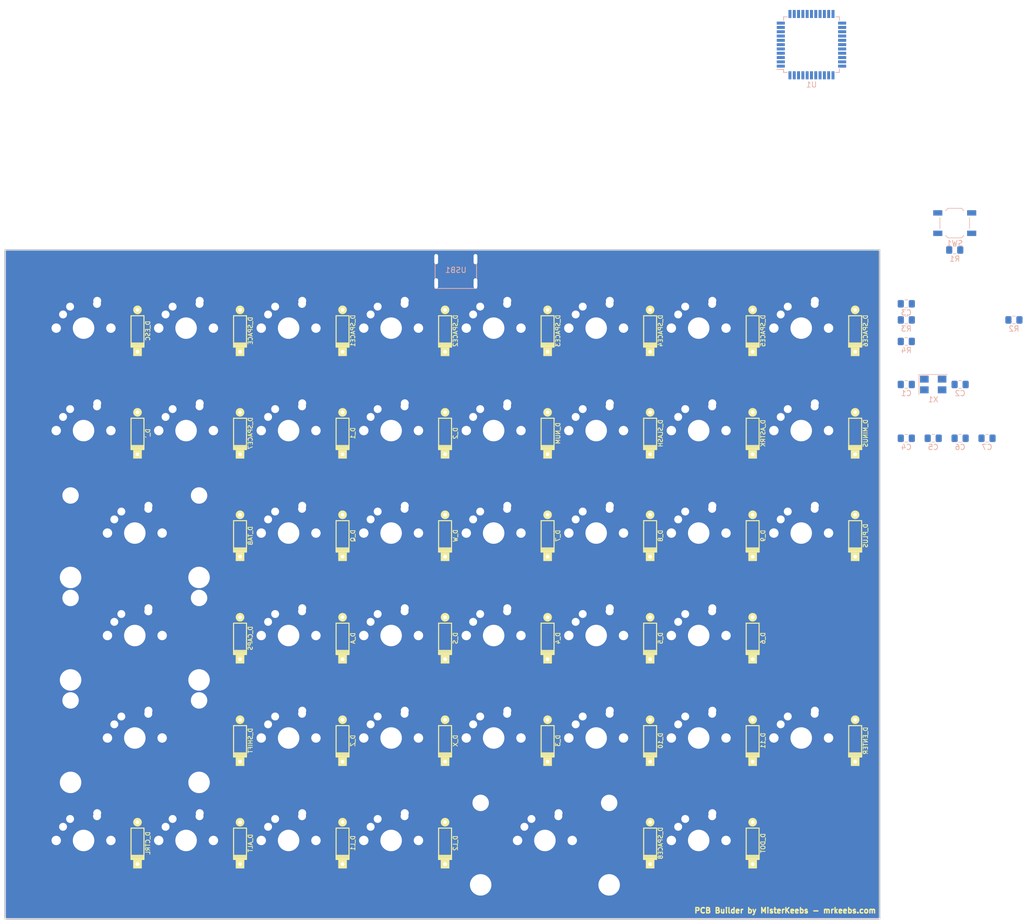
<source format=kicad_pcb>
(kicad_pcb (version 20171130) (host pcbnew "(5.1.9)-1")
  (layers (0 F.Cu signal) (31 B.Cu signal) (34 B.Paste user) (35 F.Paste user) (36 B.SilkS user) (37 F.SilkS user) (38 B.Mask user) (39 F.Mask user) (44 Edge.Cuts user))
  (net 0 "")
  (net 1 GND)
  (net 2 VCC)
  (net 3 /col0)
  (net 4 /col1)
  (net 5 /col2)
  (net 6 /col3)
  (net 7 /col4)
  (net 8 /col5)
  (net 9 /col6)
  (net 10 /col7)
  (net 11 /row0)
  (net 12 /row1)
  (net 13 /row2)
  (net 14 /row3)
  (net 15 /row4)
  (net 16 /row5)
  (net 17 "Net-(D_ESC-Pad2)")
  (net 18 "Net-(D_SPACE-Pad2)")
  (net 19 "Net-(D_SPACE1-Pad2)")
  (net 20 "Net-(D_SPACE2-Pad2)")
  (net 21 "Net-(D_SPACE3-Pad2)")
  (net 22 "Net-(D_SPACE4-Pad2)")
  (net 23 "Net-(D_SPACE5-Pad2)")
  (net 24 "Net-(D_SPACE6-Pad2)")
  (net 25 "Net-(D_`-Pad2)")
  (net 26 "Net-(D_SPACE7-Pad2)")
  (net 27 "Net-(D_1-Pad2)")
  (net 28 "Net-(D_2-Pad2)")
  (net 29 "Net-(D_NUM-Pad2)")
  (net 30 "Net-(D_SLASH-Pad2)")
  (net 31 "Net-(D_ASTRK-Pad2)")
  (net 32 "Net-(D_MINUS-Pad2)")
  (net 33 "Net-(D_TAB-Pad2)")
  (net 34 "Net-(D_Q-Pad2)")
  (net 35 "Net-(D_W-Pad2)")
  (net 36 "Net-(D_7-Pad2)")
  (net 37 "Net-(D_8-Pad2)")
  (net 38 "Net-(D_9-Pad2)")
  (net 39 "Net-(D_CAPS-Pad2)")
  (net 40 "Net-(D_A-Pad2)")
  (net 41 "Net-(D_S-Pad2)")
  (net 42 "Net-(D_4-Pad2)")
  (net 43 "Net-(D_5-Pad2)")
  (net 44 "Net-(D_6-Pad2)")
  (net 45 "Net-(D_PLUS-Pad2)")
  (net 46 "Net-(D_SHIFT-Pad2)")
  (net 47 "Net-(D_Z-Pad2)")
  (net 48 "Net-(D_X-Pad2)")
  (net 49 "Net-(D_3-Pad2)")
  (net 50 "Net-(D_10-Pad2)")
  (net 51 "Net-(D_11-Pad2)")
  (net 52 "Net-(D_CTRL-Pad2)")
  (net 53 "Net-(D_ALT-Pad2)")
  (net 54 "Net-(D_L1-Pad2)")
  (net 55 "Net-(D_L2-Pad2)")
  (net 56 "Net-(D_SPACE8-Pad2)")
  (net 57 "Net-(D_DOT-Pad2)")
  (net 58 "Net-(D_ENTER-Pad2)")
  (net 59 "Net-(C1-Pad1)")
  (net 60 "Net-(C2-Pad1)")
  (net 61 "Net-(R1-Pad1)")
  (net 62 "Net-(R2-Pad1)")
  (net 63 "Net-(R3-Pad1)")
  (net 64 "Net-(R4-Pad1)")
  (net 65 "Net-(USB1-Pad2)")
  (net 66 "Net-(USB1-Pad3)")
  (net 67 "Net-(USB1-Pad4)")
  (net 68 "Net-(C3-Pad1)")
  (net 69 "Net-(U1-Pad1)")
  (net 70 "Net-(U1-Pad7)")
  (net 71 "Net-(U1-Pad22)")
  (net 72 "Net-(U1-Pad25)")
  (net 73 "Net-(U1-Pad26)")
  (net 74 "Net-(U1-Pad27)")
  (net 75 "Net-(U1-Pad34)")
  (net 76 "Net-(U1-Pad36)")
  (net 77 "Net-(U1-Pad37)")
  (net 78 "Net-(U1-Pad38)")
  (net 79 "Net-(U1-Pad39)")
  (net 80 "Net-(U1-Pad40)")
  (net 81 "Net-(U1-Pad41)")
  (net 82 "Net-(U1-Pad42)")
  (net 83 "Net-(U1-Pad43)")
  (net 84 "Net-(U1-Pad44)")
  (module MX_Alps_Hybrid:MX-1U-NoLED (layer F.Cu) (at 9.525 9.525)
    (fp_text reference K_ESC)
    (fp_text value KEYSW)
    (pad 1 thru_hole circle (at -2.5 -4) (size 2.25 2.25) (drill 1.47) (layers *.Cu B.Mask) (net 3 /col0))
    (pad 1 thru_hole oval (at -3.81 -2.54 48.0996) (size 4.211556 2.25) (drill 1.47 (offset 0.980778 0)) (layers *.Cu B.Mask) (net 3 /col0))
    (pad 2 thru_hole oval (at 2.5 -4.5 86.0548) (size 2.831378 2.25) (drill 1.47 (offset 0.290689 0)) (layers *.Cu B.Mask) (net 17 "Net-(D_ESC-Pad2)"))
    (pad 2 thru_hole circle (at 2.54 -5.08) (size 2.25 2.25) (drill 1.47) (layers *.Cu B.Mask) (net 17 "Net-(D_ESC-Pad2)"))
    (pad "" np_thru_hole circle (at 0 0) (size 3.9878 3.9878) (drill 3.9878) (layers *.Cu *.Mask))
    (pad "" np_thru_hole circle (at -5.08 0 48.0996) (size 1.75 1.75) (drill 1.75) (layers *.Cu *.Mask))
    (pad "" np_thru_hole circle (at 5.08 0 48.0996) (size 1.75 1.75) (drill 1.75) (layers *.Cu *.Mask))
  )
  (module keyboard_parts:D_SOD123_axial (layer F.Cu) (at 19.55 10.025 90)
    (fp_text reference D_ESC (at 0 1.925 90) (layer F.SilkS) (effects (font (size 0.8 0.8)) (justify mirror)))
    (fp_text value D hide)
    (pad 1 smd rect (at -2.7 0 90) (size 2.5 0.5) (layers F.Cu) (net 11 /row0))
    (pad 1 smd rect (at -1.575 0 90) (size 1.2 1.2) (layers F.Cu F.Paste F.Mask) (net 11 /row0))
    (pad 1 thru_hole rect (at -3.9 0 90) (size 1.6 1.6) (drill 0.7) (layers *.Cu *.Mask F.SilkS) (net 11 /row0))
    (pad 2 smd rect (at 1.575 0 90) (size 1.2 1.2) (layers F.Cu F.Paste F.Mask) (net 17 "Net-(D_ESC-Pad2)"))
    (pad 2 smd rect (at 2.7 0 90) (size 2.5 0.5) (layers F.Cu) (net 17 "Net-(D_ESC-Pad2)"))
    (pad 2 thru_hole circle (at 3.9 0 90) (size 1.6 1.6) (drill 0.7) (layers *.Cu *.Mask F.SilkS) (net 17 "Net-(D_ESC-Pad2)"))
  )
  (module MX_Alps_Hybrid:MX-1U-NoLED (layer F.Cu) (at 28.575 9.525)
    (fp_text reference K_SPACE)
    (fp_text value KEYSW)
    (pad 1 thru_hole circle (at -2.5 -4) (size 2.25 2.25) (drill 1.47) (layers *.Cu B.Mask) (net 4 /col1))
    (pad 1 thru_hole oval (at -3.81 -2.54 48.0996) (size 4.211556 2.25) (drill 1.47 (offset 0.980778 0)) (layers *.Cu B.Mask) (net 4 /col1))
    (pad 2 thru_hole oval (at 2.5 -4.5 86.0548) (size 2.831378 2.25) (drill 1.47 (offset 0.290689 0)) (layers *.Cu B.Mask) (net 18 "Net-(D_SPACE-Pad2)"))
    (pad 2 thru_hole circle (at 2.54 -5.08) (size 2.25 2.25) (drill 1.47) (layers *.Cu B.Mask) (net 18 "Net-(D_SPACE-Pad2)"))
    (pad "" np_thru_hole circle (at 0 0) (size 3.9878 3.9878) (drill 3.9878) (layers *.Cu *.Mask))
    (pad "" np_thru_hole circle (at -5.08 0 48.0996) (size 1.75 1.75) (drill 1.75) (layers *.Cu *.Mask))
    (pad "" np_thru_hole circle (at 5.08 0 48.0996) (size 1.75 1.75) (drill 1.75) (layers *.Cu *.Mask))
  )
  (module keyboard_parts:D_SOD123_axial (layer F.Cu) (at 38.6 10.025 90)
    (fp_text reference D_SPACE (at 0 1.925 90) (layer F.SilkS) (effects (font (size 0.8 0.8)) (justify mirror)))
    (fp_text value D hide)
    (pad 1 smd rect (at -2.7 0 90) (size 2.5 0.5) (layers F.Cu) (net 11 /row0))
    (pad 1 smd rect (at -1.575 0 90) (size 1.2 1.2) (layers F.Cu F.Paste F.Mask) (net 11 /row0))
    (pad 1 thru_hole rect (at -3.9 0 90) (size 1.6 1.6) (drill 0.7) (layers *.Cu *.Mask F.SilkS) (net 11 /row0))
    (pad 2 smd rect (at 1.575 0 90) (size 1.2 1.2) (layers F.Cu F.Paste F.Mask) (net 18 "Net-(D_SPACE-Pad2)"))
    (pad 2 smd rect (at 2.7 0 90) (size 2.5 0.5) (layers F.Cu) (net 18 "Net-(D_SPACE-Pad2)"))
    (pad 2 thru_hole circle (at 3.9 0 90) (size 1.6 1.6) (drill 0.7) (layers *.Cu *.Mask F.SilkS) (net 18 "Net-(D_SPACE-Pad2)"))
  )
  (module MX_Alps_Hybrid:MX-1U-NoLED (layer F.Cu) (at 47.625 9.525)
    (fp_text reference K_SPACE1)
    (fp_text value KEYSW)
    (pad 1 thru_hole circle (at -2.5 -4) (size 2.25 2.25) (drill 1.47) (layers *.Cu B.Mask) (net 5 /col2))
    (pad 1 thru_hole oval (at -3.81 -2.54 48.0996) (size 4.211556 2.25) (drill 1.47 (offset 0.980778 0)) (layers *.Cu B.Mask) (net 5 /col2))
    (pad 2 thru_hole oval (at 2.5 -4.5 86.0548) (size 2.831378 2.25) (drill 1.47 (offset 0.290689 0)) (layers *.Cu B.Mask) (net 19 "Net-(D_SPACE1-Pad2)"))
    (pad 2 thru_hole circle (at 2.54 -5.08) (size 2.25 2.25) (drill 1.47) (layers *.Cu B.Mask) (net 19 "Net-(D_SPACE1-Pad2)"))
    (pad "" np_thru_hole circle (at 0 0) (size 3.9878 3.9878) (drill 3.9878) (layers *.Cu *.Mask))
    (pad "" np_thru_hole circle (at -5.08 0 48.0996) (size 1.75 1.75) (drill 1.75) (layers *.Cu *.Mask))
    (pad "" np_thru_hole circle (at 5.08 0 48.0996) (size 1.75 1.75) (drill 1.75) (layers *.Cu *.Mask))
  )
  (module keyboard_parts:D_SOD123_axial (layer F.Cu) (at 57.65 10.025 90)
    (fp_text reference D_SPACE1 (at 0 1.925 90) (layer F.SilkS) (effects (font (size 0.8 0.8)) (justify mirror)))
    (fp_text value D hide)
    (pad 1 smd rect (at -2.7 0 90) (size 2.5 0.5) (layers F.Cu) (net 11 /row0))
    (pad 1 smd rect (at -1.575 0 90) (size 1.2 1.2) (layers F.Cu F.Paste F.Mask) (net 11 /row0))
    (pad 1 thru_hole rect (at -3.9 0 90) (size 1.6 1.6) (drill 0.7) (layers *.Cu *.Mask F.SilkS) (net 11 /row0))
    (pad 2 smd rect (at 1.575 0 90) (size 1.2 1.2) (layers F.Cu F.Paste F.Mask) (net 19 "Net-(D_SPACE1-Pad2)"))
    (pad 2 smd rect (at 2.7 0 90) (size 2.5 0.5) (layers F.Cu) (net 19 "Net-(D_SPACE1-Pad2)"))
    (pad 2 thru_hole circle (at 3.9 0 90) (size 1.6 1.6) (drill 0.7) (layers *.Cu *.Mask F.SilkS) (net 19 "Net-(D_SPACE1-Pad2)"))
  )
  (module MX_Alps_Hybrid:MX-1U-NoLED (layer F.Cu) (at 66.675 9.525)
    (fp_text reference K_SPACE2)
    (fp_text value KEYSW)
    (pad 1 thru_hole circle (at -2.5 -4) (size 2.25 2.25) (drill 1.47) (layers *.Cu B.Mask) (net 6 /col3))
    (pad 1 thru_hole oval (at -3.81 -2.54 48.0996) (size 4.211556 2.25) (drill 1.47 (offset 0.980778 0)) (layers *.Cu B.Mask) (net 6 /col3))
    (pad 2 thru_hole oval (at 2.5 -4.5 86.0548) (size 2.831378 2.25) (drill 1.47 (offset 0.290689 0)) (layers *.Cu B.Mask) (net 20 "Net-(D_SPACE2-Pad2)"))
    (pad 2 thru_hole circle (at 2.54 -5.08) (size 2.25 2.25) (drill 1.47) (layers *.Cu B.Mask) (net 20 "Net-(D_SPACE2-Pad2)"))
    (pad "" np_thru_hole circle (at 0 0) (size 3.9878 3.9878) (drill 3.9878) (layers *.Cu *.Mask))
    (pad "" np_thru_hole circle (at -5.08 0 48.0996) (size 1.75 1.75) (drill 1.75) (layers *.Cu *.Mask))
    (pad "" np_thru_hole circle (at 5.08 0 48.0996) (size 1.75 1.75) (drill 1.75) (layers *.Cu *.Mask))
  )
  (module keyboard_parts:D_SOD123_axial (layer F.Cu) (at 76.7 10.025 90)
    (fp_text reference D_SPACE2 (at 0 1.925 90) (layer F.SilkS) (effects (font (size 0.8 0.8)) (justify mirror)))
    (fp_text value D hide)
    (pad 1 smd rect (at -2.7 0 90) (size 2.5 0.5) (layers F.Cu) (net 11 /row0))
    (pad 1 smd rect (at -1.575 0 90) (size 1.2 1.2) (layers F.Cu F.Paste F.Mask) (net 11 /row0))
    (pad 1 thru_hole rect (at -3.9 0 90) (size 1.6 1.6) (drill 0.7) (layers *.Cu *.Mask F.SilkS) (net 11 /row0))
    (pad 2 smd rect (at 1.575 0 90) (size 1.2 1.2) (layers F.Cu F.Paste F.Mask) (net 20 "Net-(D_SPACE2-Pad2)"))
    (pad 2 smd rect (at 2.7 0 90) (size 2.5 0.5) (layers F.Cu) (net 20 "Net-(D_SPACE2-Pad2)"))
    (pad 2 thru_hole circle (at 3.9 0 90) (size 1.6 1.6) (drill 0.7) (layers *.Cu *.Mask F.SilkS) (net 20 "Net-(D_SPACE2-Pad2)"))
  )
  (module MX_Alps_Hybrid:MX-1U-NoLED (layer F.Cu) (at 85.725 9.525)
    (fp_text reference K_SPACE3)
    (fp_text value KEYSW)
    (pad 1 thru_hole circle (at -2.5 -4) (size 2.25 2.25) (drill 1.47) (layers *.Cu B.Mask) (net 7 /col4))
    (pad 1 thru_hole oval (at -3.81 -2.54 48.0996) (size 4.211556 2.25) (drill 1.47 (offset 0.980778 0)) (layers *.Cu B.Mask) (net 7 /col4))
    (pad 2 thru_hole oval (at 2.5 -4.5 86.0548) (size 2.831378 2.25) (drill 1.47 (offset 0.290689 0)) (layers *.Cu B.Mask) (net 21 "Net-(D_SPACE3-Pad2)"))
    (pad 2 thru_hole circle (at 2.54 -5.08) (size 2.25 2.25) (drill 1.47) (layers *.Cu B.Mask) (net 21 "Net-(D_SPACE3-Pad2)"))
    (pad "" np_thru_hole circle (at 0 0) (size 3.9878 3.9878) (drill 3.9878) (layers *.Cu *.Mask))
    (pad "" np_thru_hole circle (at -5.08 0 48.0996) (size 1.75 1.75) (drill 1.75) (layers *.Cu *.Mask))
    (pad "" np_thru_hole circle (at 5.08 0 48.0996) (size 1.75 1.75) (drill 1.75) (layers *.Cu *.Mask))
  )
  (module keyboard_parts:D_SOD123_axial (layer F.Cu) (at 95.75 10.025 90)
    (fp_text reference D_SPACE3 (at 0 1.925 90) (layer F.SilkS) (effects (font (size 0.8 0.8)) (justify mirror)))
    (fp_text value D hide)
    (pad 1 smd rect (at -2.7 0 90) (size 2.5 0.5) (layers F.Cu) (net 11 /row0))
    (pad 1 smd rect (at -1.575 0 90) (size 1.2 1.2) (layers F.Cu F.Paste F.Mask) (net 11 /row0))
    (pad 1 thru_hole rect (at -3.9 0 90) (size 1.6 1.6) (drill 0.7) (layers *.Cu *.Mask F.SilkS) (net 11 /row0))
    (pad 2 smd rect (at 1.575 0 90) (size 1.2 1.2) (layers F.Cu F.Paste F.Mask) (net 21 "Net-(D_SPACE3-Pad2)"))
    (pad 2 smd rect (at 2.7 0 90) (size 2.5 0.5) (layers F.Cu) (net 21 "Net-(D_SPACE3-Pad2)"))
    (pad 2 thru_hole circle (at 3.9 0 90) (size 1.6 1.6) (drill 0.7) (layers *.Cu *.Mask F.SilkS) (net 21 "Net-(D_SPACE3-Pad2)"))
  )
  (module MX_Alps_Hybrid:MX-1U-NoLED (layer F.Cu) (at 104.775 9.525)
    (fp_text reference K_SPACE4)
    (fp_text value KEYSW)
    (pad 1 thru_hole circle (at -2.5 -4) (size 2.25 2.25) (drill 1.47) (layers *.Cu B.Mask) (net 8 /col5))
    (pad 1 thru_hole oval (at -3.81 -2.54 48.0996) (size 4.211556 2.25) (drill 1.47 (offset 0.980778 0)) (layers *.Cu B.Mask) (net 8 /col5))
    (pad 2 thru_hole oval (at 2.5 -4.5 86.0548) (size 2.831378 2.25) (drill 1.47 (offset 0.290689 0)) (layers *.Cu B.Mask) (net 22 "Net-(D_SPACE4-Pad2)"))
    (pad 2 thru_hole circle (at 2.54 -5.08) (size 2.25 2.25) (drill 1.47) (layers *.Cu B.Mask) (net 22 "Net-(D_SPACE4-Pad2)"))
    (pad "" np_thru_hole circle (at 0 0) (size 3.9878 3.9878) (drill 3.9878) (layers *.Cu *.Mask))
    (pad "" np_thru_hole circle (at -5.08 0 48.0996) (size 1.75 1.75) (drill 1.75) (layers *.Cu *.Mask))
    (pad "" np_thru_hole circle (at 5.08 0 48.0996) (size 1.75 1.75) (drill 1.75) (layers *.Cu *.Mask))
  )
  (module keyboard_parts:D_SOD123_axial (layer F.Cu) (at 114.8 10.025 90)
    (fp_text reference D_SPACE4 (at 0 1.925 90) (layer F.SilkS) (effects (font (size 0.8 0.8)) (justify mirror)))
    (fp_text value D hide)
    (pad 1 smd rect (at -2.7 0 90) (size 2.5 0.5) (layers F.Cu) (net 11 /row0))
    (pad 1 smd rect (at -1.575 0 90) (size 1.2 1.2) (layers F.Cu F.Paste F.Mask) (net 11 /row0))
    (pad 1 thru_hole rect (at -3.9 0 90) (size 1.6 1.6) (drill 0.7) (layers *.Cu *.Mask F.SilkS) (net 11 /row0))
    (pad 2 smd rect (at 1.575 0 90) (size 1.2 1.2) (layers F.Cu F.Paste F.Mask) (net 22 "Net-(D_SPACE4-Pad2)"))
    (pad 2 smd rect (at 2.7 0 90) (size 2.5 0.5) (layers F.Cu) (net 22 "Net-(D_SPACE4-Pad2)"))
    (pad 2 thru_hole circle (at 3.9 0 90) (size 1.6 1.6) (drill 0.7) (layers *.Cu *.Mask F.SilkS) (net 22 "Net-(D_SPACE4-Pad2)"))
  )
  (module MX_Alps_Hybrid:MX-1U-NoLED (layer F.Cu) (at 123.825 9.525)
    (fp_text reference K_SPACE5)
    (fp_text value KEYSW)
    (pad 1 thru_hole circle (at -2.5 -4) (size 2.25 2.25) (drill 1.47) (layers *.Cu B.Mask) (net 9 /col6))
    (pad 1 thru_hole oval (at -3.81 -2.54 48.0996) (size 4.211556 2.25) (drill 1.47 (offset 0.980778 0)) (layers *.Cu B.Mask) (net 9 /col6))
    (pad 2 thru_hole oval (at 2.5 -4.5 86.0548) (size 2.831378 2.25) (drill 1.47 (offset 0.290689 0)) (layers *.Cu B.Mask) (net 23 "Net-(D_SPACE5-Pad2)"))
    (pad 2 thru_hole circle (at 2.54 -5.08) (size 2.25 2.25) (drill 1.47) (layers *.Cu B.Mask) (net 23 "Net-(D_SPACE5-Pad2)"))
    (pad "" np_thru_hole circle (at 0 0) (size 3.9878 3.9878) (drill 3.9878) (layers *.Cu *.Mask))
    (pad "" np_thru_hole circle (at -5.08 0 48.0996) (size 1.75 1.75) (drill 1.75) (layers *.Cu *.Mask))
    (pad "" np_thru_hole circle (at 5.08 0 48.0996) (size 1.75 1.75) (drill 1.75) (layers *.Cu *.Mask))
  )
  (module keyboard_parts:D_SOD123_axial (layer F.Cu) (at 133.85 10.025 90)
    (fp_text reference D_SPACE5 (at 0 1.925 90) (layer F.SilkS) (effects (font (size 0.8 0.8)) (justify mirror)))
    (fp_text value D hide)
    (pad 1 smd rect (at -2.7 0 90) (size 2.5 0.5) (layers F.Cu) (net 11 /row0))
    (pad 1 smd rect (at -1.575 0 90) (size 1.2 1.2) (layers F.Cu F.Paste F.Mask) (net 11 /row0))
    (pad 1 thru_hole rect (at -3.9 0 90) (size 1.6 1.6) (drill 0.7) (layers *.Cu *.Mask F.SilkS) (net 11 /row0))
    (pad 2 smd rect (at 1.575 0 90) (size 1.2 1.2) (layers F.Cu F.Paste F.Mask) (net 23 "Net-(D_SPACE5-Pad2)"))
    (pad 2 smd rect (at 2.7 0 90) (size 2.5 0.5) (layers F.Cu) (net 23 "Net-(D_SPACE5-Pad2)"))
    (pad 2 thru_hole circle (at 3.9 0 90) (size 1.6 1.6) (drill 0.7) (layers *.Cu *.Mask F.SilkS) (net 23 "Net-(D_SPACE5-Pad2)"))
  )
  (module MX_Alps_Hybrid:MX-1U-NoLED (layer F.Cu) (at 142.875 9.525)
    (fp_text reference K_SPACE6)
    (fp_text value KEYSW)
    (pad 1 thru_hole circle (at -2.5 -4) (size 2.25 2.25) (drill 1.47) (layers *.Cu B.Mask) (net 10 /col7))
    (pad 1 thru_hole oval (at -3.81 -2.54 48.0996) (size 4.211556 2.25) (drill 1.47 (offset 0.980778 0)) (layers *.Cu B.Mask) (net 10 /col7))
    (pad 2 thru_hole oval (at 2.5 -4.5 86.0548) (size 2.831378 2.25) (drill 1.47 (offset 0.290689 0)) (layers *.Cu B.Mask) (net 24 "Net-(D_SPACE6-Pad2)"))
    (pad 2 thru_hole circle (at 2.54 -5.08) (size 2.25 2.25) (drill 1.47) (layers *.Cu B.Mask) (net 24 "Net-(D_SPACE6-Pad2)"))
    (pad "" np_thru_hole circle (at 0 0) (size 3.9878 3.9878) (drill 3.9878) (layers *.Cu *.Mask))
    (pad "" np_thru_hole circle (at -5.08 0 48.0996) (size 1.75 1.75) (drill 1.75) (layers *.Cu *.Mask))
    (pad "" np_thru_hole circle (at 5.08 0 48.0996) (size 1.75 1.75) (drill 1.75) (layers *.Cu *.Mask))
  )
  (module keyboard_parts:D_SOD123_axial (layer F.Cu) (at 152.9 10.025 90)
    (fp_text reference D_SPACE6 (at 0 1.925 90) (layer F.SilkS) (effects (font (size 0.8 0.8)) (justify mirror)))
    (fp_text value D hide)
    (pad 1 smd rect (at -2.7 0 90) (size 2.5 0.5) (layers F.Cu) (net 11 /row0))
    (pad 1 smd rect (at -1.575 0 90) (size 1.2 1.2) (layers F.Cu F.Paste F.Mask) (net 11 /row0))
    (pad 1 thru_hole rect (at -3.9 0 90) (size 1.6 1.6) (drill 0.7) (layers *.Cu *.Mask F.SilkS) (net 11 /row0))
    (pad 2 smd rect (at 1.575 0 90) (size 1.2 1.2) (layers F.Cu F.Paste F.Mask) (net 24 "Net-(D_SPACE6-Pad2)"))
    (pad 2 smd rect (at 2.7 0 90) (size 2.5 0.5) (layers F.Cu) (net 24 "Net-(D_SPACE6-Pad2)"))
    (pad 2 thru_hole circle (at 3.9 0 90) (size 1.6 1.6) (drill 0.7) (layers *.Cu *.Mask F.SilkS) (net 24 "Net-(D_SPACE6-Pad2)"))
  )
  (module MX_Alps_Hybrid:MX-1U-NoLED (layer F.Cu) (at 9.525 28.575)
    (fp_text reference K_`)
    (fp_text value KEYSW)
    (pad 1 thru_hole circle (at -2.5 -4) (size 2.25 2.25) (drill 1.47) (layers *.Cu B.Mask) (net 3 /col0))
    (pad 1 thru_hole oval (at -3.81 -2.54 48.0996) (size 4.211556 2.25) (drill 1.47 (offset 0.980778 0)) (layers *.Cu B.Mask) (net 3 /col0))
    (pad 2 thru_hole oval (at 2.5 -4.5 86.0548) (size 2.831378 2.25) (drill 1.47 (offset 0.290689 0)) (layers *.Cu B.Mask) (net 25 "Net-(D_`-Pad2)"))
    (pad 2 thru_hole circle (at 2.54 -5.08) (size 2.25 2.25) (drill 1.47) (layers *.Cu B.Mask) (net 25 "Net-(D_`-Pad2)"))
    (pad "" np_thru_hole circle (at 0 0) (size 3.9878 3.9878) (drill 3.9878) (layers *.Cu *.Mask))
    (pad "" np_thru_hole circle (at -5.08 0 48.0996) (size 1.75 1.75) (drill 1.75) (layers *.Cu *.Mask))
    (pad "" np_thru_hole circle (at 5.08 0 48.0996) (size 1.75 1.75) (drill 1.75) (layers *.Cu *.Mask))
  )
  (module keyboard_parts:D_SOD123_axial (layer F.Cu) (at 19.55 29.075 90)
    (fp_text reference D_` (at 0 1.925 90) (layer F.SilkS) (effects (font (size 0.8 0.8)) (justify mirror)))
    (fp_text value D hide)
    (pad 1 smd rect (at -2.7 0 90) (size 2.5 0.5) (layers F.Cu) (net 12 /row1))
    (pad 1 smd rect (at -1.575 0 90) (size 1.2 1.2) (layers F.Cu F.Paste F.Mask) (net 12 /row1))
    (pad 1 thru_hole rect (at -3.9 0 90) (size 1.6 1.6) (drill 0.7) (layers *.Cu *.Mask F.SilkS) (net 12 /row1))
    (pad 2 smd rect (at 1.575 0 90) (size 1.2 1.2) (layers F.Cu F.Paste F.Mask) (net 25 "Net-(D_`-Pad2)"))
    (pad 2 smd rect (at 2.7 0 90) (size 2.5 0.5) (layers F.Cu) (net 25 "Net-(D_`-Pad2)"))
    (pad 2 thru_hole circle (at 3.9 0 90) (size 1.6 1.6) (drill 0.7) (layers *.Cu *.Mask F.SilkS) (net 25 "Net-(D_`-Pad2)"))
  )
  (module MX_Alps_Hybrid:MX-1U-NoLED (layer F.Cu) (at 28.575 28.575)
    (fp_text reference K_SPACE7)
    (fp_text value KEYSW)
    (pad 1 thru_hole circle (at -2.5 -4) (size 2.25 2.25) (drill 1.47) (layers *.Cu B.Mask) (net 4 /col1))
    (pad 1 thru_hole oval (at -3.81 -2.54 48.0996) (size 4.211556 2.25) (drill 1.47 (offset 0.980778 0)) (layers *.Cu B.Mask) (net 4 /col1))
    (pad 2 thru_hole oval (at 2.5 -4.5 86.0548) (size 2.831378 2.25) (drill 1.47 (offset 0.290689 0)) (layers *.Cu B.Mask) (net 26 "Net-(D_SPACE7-Pad2)"))
    (pad 2 thru_hole circle (at 2.54 -5.08) (size 2.25 2.25) (drill 1.47) (layers *.Cu B.Mask) (net 26 "Net-(D_SPACE7-Pad2)"))
    (pad "" np_thru_hole circle (at 0 0) (size 3.9878 3.9878) (drill 3.9878) (layers *.Cu *.Mask))
    (pad "" np_thru_hole circle (at -5.08 0 48.0996) (size 1.75 1.75) (drill 1.75) (layers *.Cu *.Mask))
    (pad "" np_thru_hole circle (at 5.08 0 48.0996) (size 1.75 1.75) (drill 1.75) (layers *.Cu *.Mask))
  )
  (module keyboard_parts:D_SOD123_axial (layer F.Cu) (at 38.6 29.075 90)
    (fp_text reference D_SPACE7 (at 0 1.925 90) (layer F.SilkS) (effects (font (size 0.8 0.8)) (justify mirror)))
    (fp_text value D hide)
    (pad 1 smd rect (at -2.7 0 90) (size 2.5 0.5) (layers F.Cu) (net 12 /row1))
    (pad 1 smd rect (at -1.575 0 90) (size 1.2 1.2) (layers F.Cu F.Paste F.Mask) (net 12 /row1))
    (pad 1 thru_hole rect (at -3.9 0 90) (size 1.6 1.6) (drill 0.7) (layers *.Cu *.Mask F.SilkS) (net 12 /row1))
    (pad 2 smd rect (at 1.575 0 90) (size 1.2 1.2) (layers F.Cu F.Paste F.Mask) (net 26 "Net-(D_SPACE7-Pad2)"))
    (pad 2 smd rect (at 2.7 0 90) (size 2.5 0.5) (layers F.Cu) (net 26 "Net-(D_SPACE7-Pad2)"))
    (pad 2 thru_hole circle (at 3.9 0 90) (size 1.6 1.6) (drill 0.7) (layers *.Cu *.Mask F.SilkS) (net 26 "Net-(D_SPACE7-Pad2)"))
  )
  (module MX_Alps_Hybrid:MX-1U-NoLED (layer F.Cu) (at 47.625 28.575)
    (fp_text reference K_1)
    (fp_text value KEYSW)
    (pad 1 thru_hole circle (at -2.5 -4) (size 2.25 2.25) (drill 1.47) (layers *.Cu B.Mask) (net 5 /col2))
    (pad 1 thru_hole oval (at -3.81 -2.54 48.0996) (size 4.211556 2.25) (drill 1.47 (offset 0.980778 0)) (layers *.Cu B.Mask) (net 5 /col2))
    (pad 2 thru_hole oval (at 2.5 -4.5 86.0548) (size 2.831378 2.25) (drill 1.47 (offset 0.290689 0)) (layers *.Cu B.Mask) (net 27 "Net-(D_1-Pad2)"))
    (pad 2 thru_hole circle (at 2.54 -5.08) (size 2.25 2.25) (drill 1.47) (layers *.Cu B.Mask) (net 27 "Net-(D_1-Pad2)"))
    (pad "" np_thru_hole circle (at 0 0) (size 3.9878 3.9878) (drill 3.9878) (layers *.Cu *.Mask))
    (pad "" np_thru_hole circle (at -5.08 0 48.0996) (size 1.75 1.75) (drill 1.75) (layers *.Cu *.Mask))
    (pad "" np_thru_hole circle (at 5.08 0 48.0996) (size 1.75 1.75) (drill 1.75) (layers *.Cu *.Mask))
  )
  (module keyboard_parts:D_SOD123_axial (layer F.Cu) (at 57.65 29.075 90)
    (fp_text reference D_1 (at 0 1.925 90) (layer F.SilkS) (effects (font (size 0.8 0.8)) (justify mirror)))
    (fp_text value D hide)
    (pad 1 smd rect (at -2.7 0 90) (size 2.5 0.5) (layers F.Cu) (net 12 /row1))
    (pad 1 smd rect (at -1.575 0 90) (size 1.2 1.2) (layers F.Cu F.Paste F.Mask) (net 12 /row1))
    (pad 1 thru_hole rect (at -3.9 0 90) (size 1.6 1.6) (drill 0.7) (layers *.Cu *.Mask F.SilkS) (net 12 /row1))
    (pad 2 smd rect (at 1.575 0 90) (size 1.2 1.2) (layers F.Cu F.Paste F.Mask) (net 27 "Net-(D_1-Pad2)"))
    (pad 2 smd rect (at 2.7 0 90) (size 2.5 0.5) (layers F.Cu) (net 27 "Net-(D_1-Pad2)"))
    (pad 2 thru_hole circle (at 3.9 0 90) (size 1.6 1.6) (drill 0.7) (layers *.Cu *.Mask F.SilkS) (net 27 "Net-(D_1-Pad2)"))
  )
  (module MX_Alps_Hybrid:MX-1U-NoLED (layer F.Cu) (at 66.675 28.575)
    (fp_text reference K_2)
    (fp_text value KEYSW)
    (pad 1 thru_hole circle (at -2.5 -4) (size 2.25 2.25) (drill 1.47) (layers *.Cu B.Mask) (net 6 /col3))
    (pad 1 thru_hole oval (at -3.81 -2.54 48.0996) (size 4.211556 2.25) (drill 1.47 (offset 0.980778 0)) (layers *.Cu B.Mask) (net 6 /col3))
    (pad 2 thru_hole oval (at 2.5 -4.5 86.0548) (size 2.831378 2.25) (drill 1.47 (offset 0.290689 0)) (layers *.Cu B.Mask) (net 28 "Net-(D_2-Pad2)"))
    (pad 2 thru_hole circle (at 2.54 -5.08) (size 2.25 2.25) (drill 1.47) (layers *.Cu B.Mask) (net 28 "Net-(D_2-Pad2)"))
    (pad "" np_thru_hole circle (at 0 0) (size 3.9878 3.9878) (drill 3.9878) (layers *.Cu *.Mask))
    (pad "" np_thru_hole circle (at -5.08 0 48.0996) (size 1.75 1.75) (drill 1.75) (layers *.Cu *.Mask))
    (pad "" np_thru_hole circle (at 5.08 0 48.0996) (size 1.75 1.75) (drill 1.75) (layers *.Cu *.Mask))
  )
  (module keyboard_parts:D_SOD123_axial (layer F.Cu) (at 76.7 29.075 90)
    (fp_text reference D_2 (at 0 1.925 90) (layer F.SilkS) (effects (font (size 0.8 0.8)) (justify mirror)))
    (fp_text value D hide)
    (pad 1 smd rect (at -2.7 0 90) (size 2.5 0.5) (layers F.Cu) (net 12 /row1))
    (pad 1 smd rect (at -1.575 0 90) (size 1.2 1.2) (layers F.Cu F.Paste F.Mask) (net 12 /row1))
    (pad 1 thru_hole rect (at -3.9 0 90) (size 1.6 1.6) (drill 0.7) (layers *.Cu *.Mask F.SilkS) (net 12 /row1))
    (pad 2 smd rect (at 1.575 0 90) (size 1.2 1.2) (layers F.Cu F.Paste F.Mask) (net 28 "Net-(D_2-Pad2)"))
    (pad 2 smd rect (at 2.7 0 90) (size 2.5 0.5) (layers F.Cu) (net 28 "Net-(D_2-Pad2)"))
    (pad 2 thru_hole circle (at 3.9 0 90) (size 1.6 1.6) (drill 0.7) (layers *.Cu *.Mask F.SilkS) (net 28 "Net-(D_2-Pad2)"))
  )
  (module MX_Alps_Hybrid:MX-1U-NoLED (layer F.Cu) (at 85.725 28.575)
    (fp_text reference K_NUM)
    (fp_text value KEYSW)
    (pad 1 thru_hole circle (at -2.5 -4) (size 2.25 2.25) (drill 1.47) (layers *.Cu B.Mask) (net 7 /col4))
    (pad 1 thru_hole oval (at -3.81 -2.54 48.0996) (size 4.211556 2.25) (drill 1.47 (offset 0.980778 0)) (layers *.Cu B.Mask) (net 7 /col4))
    (pad 2 thru_hole oval (at 2.5 -4.5 86.0548) (size 2.831378 2.25) (drill 1.47 (offset 0.290689 0)) (layers *.Cu B.Mask) (net 29 "Net-(D_NUM-Pad2)"))
    (pad 2 thru_hole circle (at 2.54 -5.08) (size 2.25 2.25) (drill 1.47) (layers *.Cu B.Mask) (net 29 "Net-(D_NUM-Pad2)"))
    (pad "" np_thru_hole circle (at 0 0) (size 3.9878 3.9878) (drill 3.9878) (layers *.Cu *.Mask))
    (pad "" np_thru_hole circle (at -5.08 0 48.0996) (size 1.75 1.75) (drill 1.75) (layers *.Cu *.Mask))
    (pad "" np_thru_hole circle (at 5.08 0 48.0996) (size 1.75 1.75) (drill 1.75) (layers *.Cu *.Mask))
  )
  (module keyboard_parts:D_SOD123_axial (layer F.Cu) (at 95.75 29.075 90)
    (fp_text reference D_NUM (at 0 1.925 90) (layer F.SilkS) (effects (font (size 0.8 0.8)) (justify mirror)))
    (fp_text value D hide)
    (pad 1 smd rect (at -2.7 0 90) (size 2.5 0.5) (layers F.Cu) (net 12 /row1))
    (pad 1 smd rect (at -1.575 0 90) (size 1.2 1.2) (layers F.Cu F.Paste F.Mask) (net 12 /row1))
    (pad 1 thru_hole rect (at -3.9 0 90) (size 1.6 1.6) (drill 0.7) (layers *.Cu *.Mask F.SilkS) (net 12 /row1))
    (pad 2 smd rect (at 1.575 0 90) (size 1.2 1.2) (layers F.Cu F.Paste F.Mask) (net 29 "Net-(D_NUM-Pad2)"))
    (pad 2 smd rect (at 2.7 0 90) (size 2.5 0.5) (layers F.Cu) (net 29 "Net-(D_NUM-Pad2)"))
    (pad 2 thru_hole circle (at 3.9 0 90) (size 1.6 1.6) (drill 0.7) (layers *.Cu *.Mask F.SilkS) (net 29 "Net-(D_NUM-Pad2)"))
  )
  (module MX_Alps_Hybrid:MX-1U-NoLED (layer F.Cu) (at 104.775 28.575)
    (fp_text reference K_SLASH)
    (fp_text value KEYSW)
    (pad 1 thru_hole circle (at -2.5 -4) (size 2.25 2.25) (drill 1.47) (layers *.Cu B.Mask) (net 8 /col5))
    (pad 1 thru_hole oval (at -3.81 -2.54 48.0996) (size 4.211556 2.25) (drill 1.47 (offset 0.980778 0)) (layers *.Cu B.Mask) (net 8 /col5))
    (pad 2 thru_hole oval (at 2.5 -4.5 86.0548) (size 2.831378 2.25) (drill 1.47 (offset 0.290689 0)) (layers *.Cu B.Mask) (net 30 "Net-(D_SLASH-Pad2)"))
    (pad 2 thru_hole circle (at 2.54 -5.08) (size 2.25 2.25) (drill 1.47) (layers *.Cu B.Mask) (net 30 "Net-(D_SLASH-Pad2)"))
    (pad "" np_thru_hole circle (at 0 0) (size 3.9878 3.9878) (drill 3.9878) (layers *.Cu *.Mask))
    (pad "" np_thru_hole circle (at -5.08 0 48.0996) (size 1.75 1.75) (drill 1.75) (layers *.Cu *.Mask))
    (pad "" np_thru_hole circle (at 5.08 0 48.0996) (size 1.75 1.75) (drill 1.75) (layers *.Cu *.Mask))
  )
  (module keyboard_parts:D_SOD123_axial (layer F.Cu) (at 114.8 29.075 90)
    (fp_text reference D_SLASH (at 0 1.925 90) (layer F.SilkS) (effects (font (size 0.8 0.8)) (justify mirror)))
    (fp_text value D hide)
    (pad 1 smd rect (at -2.7 0 90) (size 2.5 0.5) (layers F.Cu) (net 12 /row1))
    (pad 1 smd rect (at -1.575 0 90) (size 1.2 1.2) (layers F.Cu F.Paste F.Mask) (net 12 /row1))
    (pad 1 thru_hole rect (at -3.9 0 90) (size 1.6 1.6) (drill 0.7) (layers *.Cu *.Mask F.SilkS) (net 12 /row1))
    (pad 2 smd rect (at 1.575 0 90) (size 1.2 1.2) (layers F.Cu F.Paste F.Mask) (net 30 "Net-(D_SLASH-Pad2)"))
    (pad 2 smd rect (at 2.7 0 90) (size 2.5 0.5) (layers F.Cu) (net 30 "Net-(D_SLASH-Pad2)"))
    (pad 2 thru_hole circle (at 3.9 0 90) (size 1.6 1.6) (drill 0.7) (layers *.Cu *.Mask F.SilkS) (net 30 "Net-(D_SLASH-Pad2)"))
  )
  (module MX_Alps_Hybrid:MX-1U-NoLED (layer F.Cu) (at 123.825 28.575)
    (fp_text reference K_ASTRK)
    (fp_text value KEYSW)
    (pad 1 thru_hole circle (at -2.5 -4) (size 2.25 2.25) (drill 1.47) (layers *.Cu B.Mask) (net 9 /col6))
    (pad 1 thru_hole oval (at -3.81 -2.54 48.0996) (size 4.211556 2.25) (drill 1.47 (offset 0.980778 0)) (layers *.Cu B.Mask) (net 9 /col6))
    (pad 2 thru_hole oval (at 2.5 -4.5 86.0548) (size 2.831378 2.25) (drill 1.47 (offset 0.290689 0)) (layers *.Cu B.Mask) (net 31 "Net-(D_ASTRK-Pad2)"))
    (pad 2 thru_hole circle (at 2.54 -5.08) (size 2.25 2.25) (drill 1.47) (layers *.Cu B.Mask) (net 31 "Net-(D_ASTRK-Pad2)"))
    (pad "" np_thru_hole circle (at 0 0) (size 3.9878 3.9878) (drill 3.9878) (layers *.Cu *.Mask))
    (pad "" np_thru_hole circle (at -5.08 0 48.0996) (size 1.75 1.75) (drill 1.75) (layers *.Cu *.Mask))
    (pad "" np_thru_hole circle (at 5.08 0 48.0996) (size 1.75 1.75) (drill 1.75) (layers *.Cu *.Mask))
  )
  (module keyboard_parts:D_SOD123_axial (layer F.Cu) (at 133.85 29.075 90)
    (fp_text reference D_ASTRK (at 0 1.925 90) (layer F.SilkS) (effects (font (size 0.8 0.8)) (justify mirror)))
    (fp_text value D hide)
    (pad 1 smd rect (at -2.7 0 90) (size 2.5 0.5) (layers F.Cu) (net 12 /row1))
    (pad 1 smd rect (at -1.575 0 90) (size 1.2 1.2) (layers F.Cu F.Paste F.Mask) (net 12 /row1))
    (pad 1 thru_hole rect (at -3.9 0 90) (size 1.6 1.6) (drill 0.7) (layers *.Cu *.Mask F.SilkS) (net 12 /row1))
    (pad 2 smd rect (at 1.575 0 90) (size 1.2 1.2) (layers F.Cu F.Paste F.Mask) (net 31 "Net-(D_ASTRK-Pad2)"))
    (pad 2 smd rect (at 2.7 0 90) (size 2.5 0.5) (layers F.Cu) (net 31 "Net-(D_ASTRK-Pad2)"))
    (pad 2 thru_hole circle (at 3.9 0 90) (size 1.6 1.6) (drill 0.7) (layers *.Cu *.Mask F.SilkS) (net 31 "Net-(D_ASTRK-Pad2)"))
  )
  (module MX_Alps_Hybrid:MX-1U-NoLED (layer F.Cu) (at 142.875 28.575)
    (fp_text reference K_MINUS)
    (fp_text value KEYSW)
    (pad 1 thru_hole circle (at -2.5 -4) (size 2.25 2.25) (drill 1.47) (layers *.Cu B.Mask) (net 10 /col7))
    (pad 1 thru_hole oval (at -3.81 -2.54 48.0996) (size 4.211556 2.25) (drill 1.47 (offset 0.980778 0)) (layers *.Cu B.Mask) (net 10 /col7))
    (pad 2 thru_hole oval (at 2.5 -4.5 86.0548) (size 2.831378 2.25) (drill 1.47 (offset 0.290689 0)) (layers *.Cu B.Mask) (net 32 "Net-(D_MINUS-Pad2)"))
    (pad 2 thru_hole circle (at 2.54 -5.08) (size 2.25 2.25) (drill 1.47) (layers *.Cu B.Mask) (net 32 "Net-(D_MINUS-Pad2)"))
    (pad "" np_thru_hole circle (at 0 0) (size 3.9878 3.9878) (drill 3.9878) (layers *.Cu *.Mask))
    (pad "" np_thru_hole circle (at -5.08 0 48.0996) (size 1.75 1.75) (drill 1.75) (layers *.Cu *.Mask))
    (pad "" np_thru_hole circle (at 5.08 0 48.0996) (size 1.75 1.75) (drill 1.75) (layers *.Cu *.Mask))
  )
  (module keyboard_parts:D_SOD123_axial (layer F.Cu) (at 152.9 29.075 90)
    (fp_text reference D_MINUS (at 0 1.925 90) (layer F.SilkS) (effects (font (size 0.8 0.8)) (justify mirror)))
    (fp_text value D hide)
    (pad 1 smd rect (at -2.7 0 90) (size 2.5 0.5) (layers F.Cu) (net 12 /row1))
    (pad 1 smd rect (at -1.575 0 90) (size 1.2 1.2) (layers F.Cu F.Paste F.Mask) (net 12 /row1))
    (pad 1 thru_hole rect (at -3.9 0 90) (size 1.6 1.6) (drill 0.7) (layers *.Cu *.Mask F.SilkS) (net 12 /row1))
    (pad 2 smd rect (at 1.575 0 90) (size 1.2 1.2) (layers F.Cu F.Paste F.Mask) (net 32 "Net-(D_MINUS-Pad2)"))
    (pad 2 smd rect (at 2.7 0 90) (size 2.5 0.5) (layers F.Cu) (net 32 "Net-(D_MINUS-Pad2)"))
    (pad 2 thru_hole circle (at 3.9 0 90) (size 1.6 1.6) (drill 0.7) (layers *.Cu *.Mask F.SilkS) (net 32 "Net-(D_MINUS-Pad2)"))
  )
  (module MX_Alps_Hybrid:MX-2U-NoLED (layer F.Cu) (at 19.05 47.625)
    (fp_text reference K_TAB)
    (fp_text value KEYSW)
    (pad 1 thru_hole circle (at -2.5 -4) (size 2.25 2.25) (drill 1.47) (layers *.Cu B.Mask) (net 4 /col1))
    (pad 1 thru_hole oval (at -3.81 -2.54 48.0996) (size 4.211556 2.25) (drill 1.47 (offset 0.980778 0)) (layers *.Cu B.Mask) (net 4 /col1))
    (pad 2 thru_hole oval (at 2.5 -4.5 86.0548) (size 2.831378 2.25) (drill 1.47 (offset 0.290689 0)) (layers *.Cu B.Mask) (net 33 "Net-(D_TAB-Pad2)"))
    (pad 2 thru_hole circle (at 2.54 -5.08) (size 2.25 2.25) (drill 1.47) (layers *.Cu B.Mask) (net 33 "Net-(D_TAB-Pad2)"))
    (pad "" np_thru_hole circle (at 0 0) (size 3.9878 3.9878) (drill 3.9878) (layers *.Cu *.Mask))
    (pad "" np_thru_hole circle (at -5.08 0 48.0996) (size 1.75 1.75) (drill 1.75) (layers *.Cu *.Mask))
    (pad "" np_thru_hole circle (at 5.08 0 48.0996) (size 1.75 1.75) (drill 1.75) (layers *.Cu *.Mask))
    (pad "" np_thru_hole circle (at -11.938 -6.985) (size 3.048 3.048) (drill 3.048) (layers *.Cu *.Mask))
    (pad "" np_thru_hole circle (at 11.938 -6.985) (size 3.048 3.048) (drill 3.048) (layers *.Cu *.Mask))
    (pad "" np_thru_hole circle (at -11.938 8.255) (size 3.9878 3.9878) (drill 3.9878) (layers *.Cu *.Mask))
    (pad "" np_thru_hole circle (at 11.938 8.255) (size 3.9878 3.9878) (drill 3.9878) (layers *.Cu *.Mask))
  )
  (module keyboard_parts:D_SOD123_axial (layer F.Cu) (at 38.6 48.125 90)
    (fp_text reference D_TAB (at 0 1.925 90) (layer F.SilkS) (effects (font (size 0.8 0.8)) (justify mirror)))
    (fp_text value D hide)
    (pad 1 smd rect (at -2.7 0 90) (size 2.5 0.5) (layers F.Cu) (net 13 /row2))
    (pad 1 smd rect (at -1.575 0 90) (size 1.2 1.2) (layers F.Cu F.Paste F.Mask) (net 13 /row2))
    (pad 1 thru_hole rect (at -3.9 0 90) (size 1.6 1.6) (drill 0.7) (layers *.Cu *.Mask F.SilkS) (net 13 /row2))
    (pad 2 smd rect (at 1.575 0 90) (size 1.2 1.2) (layers F.Cu F.Paste F.Mask) (net 33 "Net-(D_TAB-Pad2)"))
    (pad 2 smd rect (at 2.7 0 90) (size 2.5 0.5) (layers F.Cu) (net 33 "Net-(D_TAB-Pad2)"))
    (pad 2 thru_hole circle (at 3.9 0 90) (size 1.6 1.6) (drill 0.7) (layers *.Cu *.Mask F.SilkS) (net 33 "Net-(D_TAB-Pad2)"))
  )
  (module MX_Alps_Hybrid:MX-1U-NoLED (layer F.Cu) (at 47.625 47.625)
    (fp_text reference K_Q)
    (fp_text value KEYSW)
    (pad 1 thru_hole circle (at -2.5 -4) (size 2.25 2.25) (drill 1.47) (layers *.Cu B.Mask) (net 5 /col2))
    (pad 1 thru_hole oval (at -3.81 -2.54 48.0996) (size 4.211556 2.25) (drill 1.47 (offset 0.980778 0)) (layers *.Cu B.Mask) (net 5 /col2))
    (pad 2 thru_hole oval (at 2.5 -4.5 86.0548) (size 2.831378 2.25) (drill 1.47 (offset 0.290689 0)) (layers *.Cu B.Mask) (net 34 "Net-(D_Q-Pad2)"))
    (pad 2 thru_hole circle (at 2.54 -5.08) (size 2.25 2.25) (drill 1.47) (layers *.Cu B.Mask) (net 34 "Net-(D_Q-Pad2)"))
    (pad "" np_thru_hole circle (at 0 0) (size 3.9878 3.9878) (drill 3.9878) (layers *.Cu *.Mask))
    (pad "" np_thru_hole circle (at -5.08 0 48.0996) (size 1.75 1.75) (drill 1.75) (layers *.Cu *.Mask))
    (pad "" np_thru_hole circle (at 5.08 0 48.0996) (size 1.75 1.75) (drill 1.75) (layers *.Cu *.Mask))
  )
  (module keyboard_parts:D_SOD123_axial (layer F.Cu) (at 57.65 48.125 90)
    (fp_text reference D_Q (at 0 1.925 90) (layer F.SilkS) (effects (font (size 0.8 0.8)) (justify mirror)))
    (fp_text value D hide)
    (pad 1 smd rect (at -2.7 0 90) (size 2.5 0.5) (layers F.Cu) (net 13 /row2))
    (pad 1 smd rect (at -1.575 0 90) (size 1.2 1.2) (layers F.Cu F.Paste F.Mask) (net 13 /row2))
    (pad 1 thru_hole rect (at -3.9 0 90) (size 1.6 1.6) (drill 0.7) (layers *.Cu *.Mask F.SilkS) (net 13 /row2))
    (pad 2 smd rect (at 1.575 0 90) (size 1.2 1.2) (layers F.Cu F.Paste F.Mask) (net 34 "Net-(D_Q-Pad2)"))
    (pad 2 smd rect (at 2.7 0 90) (size 2.5 0.5) (layers F.Cu) (net 34 "Net-(D_Q-Pad2)"))
    (pad 2 thru_hole circle (at 3.9 0 90) (size 1.6 1.6) (drill 0.7) (layers *.Cu *.Mask F.SilkS) (net 34 "Net-(D_Q-Pad2)"))
  )
  (module MX_Alps_Hybrid:MX-1U-NoLED (layer F.Cu) (at 66.675 47.625)
    (fp_text reference K_W)
    (fp_text value KEYSW)
    (pad 1 thru_hole circle (at -2.5 -4) (size 2.25 2.25) (drill 1.47) (layers *.Cu B.Mask) (net 6 /col3))
    (pad 1 thru_hole oval (at -3.81 -2.54 48.0996) (size 4.211556 2.25) (drill 1.47 (offset 0.980778 0)) (layers *.Cu B.Mask) (net 6 /col3))
    (pad 2 thru_hole oval (at 2.5 -4.5 86.0548) (size 2.831378 2.25) (drill 1.47 (offset 0.290689 0)) (layers *.Cu B.Mask) (net 35 "Net-(D_W-Pad2)"))
    (pad 2 thru_hole circle (at 2.54 -5.08) (size 2.25 2.25) (drill 1.47) (layers *.Cu B.Mask) (net 35 "Net-(D_W-Pad2)"))
    (pad "" np_thru_hole circle (at 0 0) (size 3.9878 3.9878) (drill 3.9878) (layers *.Cu *.Mask))
    (pad "" np_thru_hole circle (at -5.08 0 48.0996) (size 1.75 1.75) (drill 1.75) (layers *.Cu *.Mask))
    (pad "" np_thru_hole circle (at 5.08 0 48.0996) (size 1.75 1.75) (drill 1.75) (layers *.Cu *.Mask))
  )
  (module keyboard_parts:D_SOD123_axial (layer F.Cu) (at 76.7 48.125 90)
    (fp_text reference D_W (at 0 1.925 90) (layer F.SilkS) (effects (font (size 0.8 0.8)) (justify mirror)))
    (fp_text value D hide)
    (pad 1 smd rect (at -2.7 0 90) (size 2.5 0.5) (layers F.Cu) (net 13 /row2))
    (pad 1 smd rect (at -1.575 0 90) (size 1.2 1.2) (layers F.Cu F.Paste F.Mask) (net 13 /row2))
    (pad 1 thru_hole rect (at -3.9 0 90) (size 1.6 1.6) (drill 0.7) (layers *.Cu *.Mask F.SilkS) (net 13 /row2))
    (pad 2 smd rect (at 1.575 0 90) (size 1.2 1.2) (layers F.Cu F.Paste F.Mask) (net 35 "Net-(D_W-Pad2)"))
    (pad 2 smd rect (at 2.7 0 90) (size 2.5 0.5) (layers F.Cu) (net 35 "Net-(D_W-Pad2)"))
    (pad 2 thru_hole circle (at 3.9 0 90) (size 1.6 1.6) (drill 0.7) (layers *.Cu *.Mask F.SilkS) (net 35 "Net-(D_W-Pad2)"))
  )
  (module MX_Alps_Hybrid:MX-1U-NoLED (layer F.Cu) (at 85.725 47.625)
    (fp_text reference K_7)
    (fp_text value KEYSW)
    (pad 1 thru_hole circle (at -2.5 -4) (size 2.25 2.25) (drill 1.47) (layers *.Cu B.Mask) (net 7 /col4))
    (pad 1 thru_hole oval (at -3.81 -2.54 48.0996) (size 4.211556 2.25) (drill 1.47 (offset 0.980778 0)) (layers *.Cu B.Mask) (net 7 /col4))
    (pad 2 thru_hole oval (at 2.5 -4.5 86.0548) (size 2.831378 2.25) (drill 1.47 (offset 0.290689 0)) (layers *.Cu B.Mask) (net 36 "Net-(D_7-Pad2)"))
    (pad 2 thru_hole circle (at 2.54 -5.08) (size 2.25 2.25) (drill 1.47) (layers *.Cu B.Mask) (net 36 "Net-(D_7-Pad2)"))
    (pad "" np_thru_hole circle (at 0 0) (size 3.9878 3.9878) (drill 3.9878) (layers *.Cu *.Mask))
    (pad "" np_thru_hole circle (at -5.08 0 48.0996) (size 1.75 1.75) (drill 1.75) (layers *.Cu *.Mask))
    (pad "" np_thru_hole circle (at 5.08 0 48.0996) (size 1.75 1.75) (drill 1.75) (layers *.Cu *.Mask))
  )
  (module keyboard_parts:D_SOD123_axial (layer F.Cu) (at 95.75 48.125 90)
    (fp_text reference D_7 (at 0 1.925 90) (layer F.SilkS) (effects (font (size 0.8 0.8)) (justify mirror)))
    (fp_text value D hide)
    (pad 1 smd rect (at -2.7 0 90) (size 2.5 0.5) (layers F.Cu) (net 13 /row2))
    (pad 1 smd rect (at -1.575 0 90) (size 1.2 1.2) (layers F.Cu F.Paste F.Mask) (net 13 /row2))
    (pad 1 thru_hole rect (at -3.9 0 90) (size 1.6 1.6) (drill 0.7) (layers *.Cu *.Mask F.SilkS) (net 13 /row2))
    (pad 2 smd rect (at 1.575 0 90) (size 1.2 1.2) (layers F.Cu F.Paste F.Mask) (net 36 "Net-(D_7-Pad2)"))
    (pad 2 smd rect (at 2.7 0 90) (size 2.5 0.5) (layers F.Cu) (net 36 "Net-(D_7-Pad2)"))
    (pad 2 thru_hole circle (at 3.9 0 90) (size 1.6 1.6) (drill 0.7) (layers *.Cu *.Mask F.SilkS) (net 36 "Net-(D_7-Pad2)"))
  )
  (module MX_Alps_Hybrid:MX-1U-NoLED (layer F.Cu) (at 104.775 47.625)
    (fp_text reference K_8)
    (fp_text value KEYSW)
    (pad 1 thru_hole circle (at -2.5 -4) (size 2.25 2.25) (drill 1.47) (layers *.Cu B.Mask) (net 8 /col5))
    (pad 1 thru_hole oval (at -3.81 -2.54 48.0996) (size 4.211556 2.25) (drill 1.47 (offset 0.980778 0)) (layers *.Cu B.Mask) (net 8 /col5))
    (pad 2 thru_hole oval (at 2.5 -4.5 86.0548) (size 2.831378 2.25) (drill 1.47 (offset 0.290689 0)) (layers *.Cu B.Mask) (net 37 "Net-(D_8-Pad2)"))
    (pad 2 thru_hole circle (at 2.54 -5.08) (size 2.25 2.25) (drill 1.47) (layers *.Cu B.Mask) (net 37 "Net-(D_8-Pad2)"))
    (pad "" np_thru_hole circle (at 0 0) (size 3.9878 3.9878) (drill 3.9878) (layers *.Cu *.Mask))
    (pad "" np_thru_hole circle (at -5.08 0 48.0996) (size 1.75 1.75) (drill 1.75) (layers *.Cu *.Mask))
    (pad "" np_thru_hole circle (at 5.08 0 48.0996) (size 1.75 1.75) (drill 1.75) (layers *.Cu *.Mask))
  )
  (module keyboard_parts:D_SOD123_axial (layer F.Cu) (at 114.8 48.125 90)
    (fp_text reference D_8 (at 0 1.925 90) (layer F.SilkS) (effects (font (size 0.8 0.8)) (justify mirror)))
    (fp_text value D hide)
    (pad 1 smd rect (at -2.7 0 90) (size 2.5 0.5) (layers F.Cu) (net 13 /row2))
    (pad 1 smd rect (at -1.575 0 90) (size 1.2 1.2) (layers F.Cu F.Paste F.Mask) (net 13 /row2))
    (pad 1 thru_hole rect (at -3.9 0 90) (size 1.6 1.6) (drill 0.7) (layers *.Cu *.Mask F.SilkS) (net 13 /row2))
    (pad 2 smd rect (at 1.575 0 90) (size 1.2 1.2) (layers F.Cu F.Paste F.Mask) (net 37 "Net-(D_8-Pad2)"))
    (pad 2 smd rect (at 2.7 0 90) (size 2.5 0.5) (layers F.Cu) (net 37 "Net-(D_8-Pad2)"))
    (pad 2 thru_hole circle (at 3.9 0 90) (size 1.6 1.6) (drill 0.7) (layers *.Cu *.Mask F.SilkS) (net 37 "Net-(D_8-Pad2)"))
  )
  (module MX_Alps_Hybrid:MX-1U-NoLED (layer F.Cu) (at 123.825 47.625)
    (fp_text reference K_9)
    (fp_text value KEYSW)
    (pad 1 thru_hole circle (at -2.5 -4) (size 2.25 2.25) (drill 1.47) (layers *.Cu B.Mask) (net 9 /col6))
    (pad 1 thru_hole oval (at -3.81 -2.54 48.0996) (size 4.211556 2.25) (drill 1.47 (offset 0.980778 0)) (layers *.Cu B.Mask) (net 9 /col6))
    (pad 2 thru_hole oval (at 2.5 -4.5 86.0548) (size 2.831378 2.25) (drill 1.47 (offset 0.290689 0)) (layers *.Cu B.Mask) (net 38 "Net-(D_9-Pad2)"))
    (pad 2 thru_hole circle (at 2.54 -5.08) (size 2.25 2.25) (drill 1.47) (layers *.Cu B.Mask) (net 38 "Net-(D_9-Pad2)"))
    (pad "" np_thru_hole circle (at 0 0) (size 3.9878 3.9878) (drill 3.9878) (layers *.Cu *.Mask))
    (pad "" np_thru_hole circle (at -5.08 0 48.0996) (size 1.75 1.75) (drill 1.75) (layers *.Cu *.Mask))
    (pad "" np_thru_hole circle (at 5.08 0 48.0996) (size 1.75 1.75) (drill 1.75) (layers *.Cu *.Mask))
  )
  (module keyboard_parts:D_SOD123_axial (layer F.Cu) (at 133.85 48.125 90)
    (fp_text reference D_9 (at 0 1.925 90) (layer F.SilkS) (effects (font (size 0.8 0.8)) (justify mirror)))
    (fp_text value D hide)
    (pad 1 smd rect (at -2.7 0 90) (size 2.5 0.5) (layers F.Cu) (net 13 /row2))
    (pad 1 smd rect (at -1.575 0 90) (size 1.2 1.2) (layers F.Cu F.Paste F.Mask) (net 13 /row2))
    (pad 1 thru_hole rect (at -3.9 0 90) (size 1.6 1.6) (drill 0.7) (layers *.Cu *.Mask F.SilkS) (net 13 /row2))
    (pad 2 smd rect (at 1.575 0 90) (size 1.2 1.2) (layers F.Cu F.Paste F.Mask) (net 38 "Net-(D_9-Pad2)"))
    (pad 2 smd rect (at 2.7 0 90) (size 2.5 0.5) (layers F.Cu) (net 38 "Net-(D_9-Pad2)"))
    (pad 2 thru_hole circle (at 3.9 0 90) (size 1.6 1.6) (drill 0.7) (layers *.Cu *.Mask F.SilkS) (net 38 "Net-(D_9-Pad2)"))
  )
  (module MX_Alps_Hybrid:MX-2U-NoLED (layer F.Cu) (at 19.05 66.675)
    (fp_text reference K_CAPS)
    (fp_text value KEYSW)
    (pad 1 thru_hole circle (at -2.5 -4) (size 2.25 2.25) (drill 1.47) (layers *.Cu B.Mask) (net 4 /col1))
    (pad 1 thru_hole oval (at -3.81 -2.54 48.0996) (size 4.211556 2.25) (drill 1.47 (offset 0.980778 0)) (layers *.Cu B.Mask) (net 4 /col1))
    (pad 2 thru_hole oval (at 2.5 -4.5 86.0548) (size 2.831378 2.25) (drill 1.47 (offset 0.290689 0)) (layers *.Cu B.Mask) (net 39 "Net-(D_CAPS-Pad2)"))
    (pad 2 thru_hole circle (at 2.54 -5.08) (size 2.25 2.25) (drill 1.47) (layers *.Cu B.Mask) (net 39 "Net-(D_CAPS-Pad2)"))
    (pad "" np_thru_hole circle (at 0 0) (size 3.9878 3.9878) (drill 3.9878) (layers *.Cu *.Mask))
    (pad "" np_thru_hole circle (at -5.08 0 48.0996) (size 1.75 1.75) (drill 1.75) (layers *.Cu *.Mask))
    (pad "" np_thru_hole circle (at 5.08 0 48.0996) (size 1.75 1.75) (drill 1.75) (layers *.Cu *.Mask))
    (pad "" np_thru_hole circle (at -11.938 -6.985) (size 3.048 3.048) (drill 3.048) (layers *.Cu *.Mask))
    (pad "" np_thru_hole circle (at 11.938 -6.985) (size 3.048 3.048) (drill 3.048) (layers *.Cu *.Mask))
    (pad "" np_thru_hole circle (at -11.938 8.255) (size 3.9878 3.9878) (drill 3.9878) (layers *.Cu *.Mask))
    (pad "" np_thru_hole circle (at 11.938 8.255) (size 3.9878 3.9878) (drill 3.9878) (layers *.Cu *.Mask))
  )
  (module keyboard_parts:D_SOD123_axial (layer F.Cu) (at 38.6 67.175 90)
    (fp_text reference D_CAPS (at 0 1.925 90) (layer F.SilkS) (effects (font (size 0.8 0.8)) (justify mirror)))
    (fp_text value D hide)
    (pad 1 smd rect (at -2.7 0 90) (size 2.5 0.5) (layers F.Cu) (net 14 /row3))
    (pad 1 smd rect (at -1.575 0 90) (size 1.2 1.2) (layers F.Cu F.Paste F.Mask) (net 14 /row3))
    (pad 1 thru_hole rect (at -3.9 0 90) (size 1.6 1.6) (drill 0.7) (layers *.Cu *.Mask F.SilkS) (net 14 /row3))
    (pad 2 smd rect (at 1.575 0 90) (size 1.2 1.2) (layers F.Cu F.Paste F.Mask) (net 39 "Net-(D_CAPS-Pad2)"))
    (pad 2 smd rect (at 2.7 0 90) (size 2.5 0.5) (layers F.Cu) (net 39 "Net-(D_CAPS-Pad2)"))
    (pad 2 thru_hole circle (at 3.9 0 90) (size 1.6 1.6) (drill 0.7) (layers *.Cu *.Mask F.SilkS) (net 39 "Net-(D_CAPS-Pad2)"))
  )
  (module MX_Alps_Hybrid:MX-1U-NoLED (layer F.Cu) (at 47.625 66.675)
    (fp_text reference K_A)
    (fp_text value KEYSW)
    (pad 1 thru_hole circle (at -2.5 -4) (size 2.25 2.25) (drill 1.47) (layers *.Cu B.Mask) (net 5 /col2))
    (pad 1 thru_hole oval (at -3.81 -2.54 48.0996) (size 4.211556 2.25) (drill 1.47 (offset 0.980778 0)) (layers *.Cu B.Mask) (net 5 /col2))
    (pad 2 thru_hole oval (at 2.5 -4.5 86.0548) (size 2.831378 2.25) (drill 1.47 (offset 0.290689 0)) (layers *.Cu B.Mask) (net 40 "Net-(D_A-Pad2)"))
    (pad 2 thru_hole circle (at 2.54 -5.08) (size 2.25 2.25) (drill 1.47) (layers *.Cu B.Mask) (net 40 "Net-(D_A-Pad2)"))
    (pad "" np_thru_hole circle (at 0 0) (size 3.9878 3.9878) (drill 3.9878) (layers *.Cu *.Mask))
    (pad "" np_thru_hole circle (at -5.08 0 48.0996) (size 1.75 1.75) (drill 1.75) (layers *.Cu *.Mask))
    (pad "" np_thru_hole circle (at 5.08 0 48.0996) (size 1.75 1.75) (drill 1.75) (layers *.Cu *.Mask))
  )
  (module keyboard_parts:D_SOD123_axial (layer F.Cu) (at 57.65 67.175 90)
    (fp_text reference D_A (at 0 1.925 90) (layer F.SilkS) (effects (font (size 0.8 0.8)) (justify mirror)))
    (fp_text value D hide)
    (pad 1 smd rect (at -2.7 0 90) (size 2.5 0.5) (layers F.Cu) (net 14 /row3))
    (pad 1 smd rect (at -1.575 0 90) (size 1.2 1.2) (layers F.Cu F.Paste F.Mask) (net 14 /row3))
    (pad 1 thru_hole rect (at -3.9 0 90) (size 1.6 1.6) (drill 0.7) (layers *.Cu *.Mask F.SilkS) (net 14 /row3))
    (pad 2 smd rect (at 1.575 0 90) (size 1.2 1.2) (layers F.Cu F.Paste F.Mask) (net 40 "Net-(D_A-Pad2)"))
    (pad 2 smd rect (at 2.7 0 90) (size 2.5 0.5) (layers F.Cu) (net 40 "Net-(D_A-Pad2)"))
    (pad 2 thru_hole circle (at 3.9 0 90) (size 1.6 1.6) (drill 0.7) (layers *.Cu *.Mask F.SilkS) (net 40 "Net-(D_A-Pad2)"))
  )
  (module MX_Alps_Hybrid:MX-1U-NoLED (layer F.Cu) (at 66.675 66.675)
    (fp_text reference K_S)
    (fp_text value KEYSW)
    (pad 1 thru_hole circle (at -2.5 -4) (size 2.25 2.25) (drill 1.47) (layers *.Cu B.Mask) (net 6 /col3))
    (pad 1 thru_hole oval (at -3.81 -2.54 48.0996) (size 4.211556 2.25) (drill 1.47 (offset 0.980778 0)) (layers *.Cu B.Mask) (net 6 /col3))
    (pad 2 thru_hole oval (at 2.5 -4.5 86.0548) (size 2.831378 2.25) (drill 1.47 (offset 0.290689 0)) (layers *.Cu B.Mask) (net 41 "Net-(D_S-Pad2)"))
    (pad 2 thru_hole circle (at 2.54 -5.08) (size 2.25 2.25) (drill 1.47) (layers *.Cu B.Mask) (net 41 "Net-(D_S-Pad2)"))
    (pad "" np_thru_hole circle (at 0 0) (size 3.9878 3.9878) (drill 3.9878) (layers *.Cu *.Mask))
    (pad "" np_thru_hole circle (at -5.08 0 48.0996) (size 1.75 1.75) (drill 1.75) (layers *.Cu *.Mask))
    (pad "" np_thru_hole circle (at 5.08 0 48.0996) (size 1.75 1.75) (drill 1.75) (layers *.Cu *.Mask))
  )
  (module keyboard_parts:D_SOD123_axial (layer F.Cu) (at 76.7 67.175 90)
    (fp_text reference D_S (at 0 1.925 90) (layer F.SilkS) (effects (font (size 0.8 0.8)) (justify mirror)))
    (fp_text value D hide)
    (pad 1 smd rect (at -2.7 0 90) (size 2.5 0.5) (layers F.Cu) (net 14 /row3))
    (pad 1 smd rect (at -1.575 0 90) (size 1.2 1.2) (layers F.Cu F.Paste F.Mask) (net 14 /row3))
    (pad 1 thru_hole rect (at -3.9 0 90) (size 1.6 1.6) (drill 0.7) (layers *.Cu *.Mask F.SilkS) (net 14 /row3))
    (pad 2 smd rect (at 1.575 0 90) (size 1.2 1.2) (layers F.Cu F.Paste F.Mask) (net 41 "Net-(D_S-Pad2)"))
    (pad 2 smd rect (at 2.7 0 90) (size 2.5 0.5) (layers F.Cu) (net 41 "Net-(D_S-Pad2)"))
    (pad 2 thru_hole circle (at 3.9 0 90) (size 1.6 1.6) (drill 0.7) (layers *.Cu *.Mask F.SilkS) (net 41 "Net-(D_S-Pad2)"))
  )
  (module MX_Alps_Hybrid:MX-1U-NoLED (layer F.Cu) (at 85.725 66.675)
    (fp_text reference K_4)
    (fp_text value KEYSW)
    (pad 1 thru_hole circle (at -2.5 -4) (size 2.25 2.25) (drill 1.47) (layers *.Cu B.Mask) (net 7 /col4))
    (pad 1 thru_hole oval (at -3.81 -2.54 48.0996) (size 4.211556 2.25) (drill 1.47 (offset 0.980778 0)) (layers *.Cu B.Mask) (net 7 /col4))
    (pad 2 thru_hole oval (at 2.5 -4.5 86.0548) (size 2.831378 2.25) (drill 1.47 (offset 0.290689 0)) (layers *.Cu B.Mask) (net 42 "Net-(D_4-Pad2)"))
    (pad 2 thru_hole circle (at 2.54 -5.08) (size 2.25 2.25) (drill 1.47) (layers *.Cu B.Mask) (net 42 "Net-(D_4-Pad2)"))
    (pad "" np_thru_hole circle (at 0 0) (size 3.9878 3.9878) (drill 3.9878) (layers *.Cu *.Mask))
    (pad "" np_thru_hole circle (at -5.08 0 48.0996) (size 1.75 1.75) (drill 1.75) (layers *.Cu *.Mask))
    (pad "" np_thru_hole circle (at 5.08 0 48.0996) (size 1.75 1.75) (drill 1.75) (layers *.Cu *.Mask))
  )
  (module keyboard_parts:D_SOD123_axial (layer F.Cu) (at 95.75 67.175 90)
    (fp_text reference D_4 (at 0 1.925 90) (layer F.SilkS) (effects (font (size 0.8 0.8)) (justify mirror)))
    (fp_text value D hide)
    (pad 1 smd rect (at -2.7 0 90) (size 2.5 0.5) (layers F.Cu) (net 14 /row3))
    (pad 1 smd rect (at -1.575 0 90) (size 1.2 1.2) (layers F.Cu F.Paste F.Mask) (net 14 /row3))
    (pad 1 thru_hole rect (at -3.9 0 90) (size 1.6 1.6) (drill 0.7) (layers *.Cu *.Mask F.SilkS) (net 14 /row3))
    (pad 2 smd rect (at 1.575 0 90) (size 1.2 1.2) (layers F.Cu F.Paste F.Mask) (net 42 "Net-(D_4-Pad2)"))
    (pad 2 smd rect (at 2.7 0 90) (size 2.5 0.5) (layers F.Cu) (net 42 "Net-(D_4-Pad2)"))
    (pad 2 thru_hole circle (at 3.9 0 90) (size 1.6 1.6) (drill 0.7) (layers *.Cu *.Mask F.SilkS) (net 42 "Net-(D_4-Pad2)"))
  )
  (module MX_Alps_Hybrid:MX-1U-NoLED (layer F.Cu) (at 104.775 66.675)
    (fp_text reference K_5)
    (fp_text value KEYSW)
    (pad 1 thru_hole circle (at -2.5 -4) (size 2.25 2.25) (drill 1.47) (layers *.Cu B.Mask) (net 8 /col5))
    (pad 1 thru_hole oval (at -3.81 -2.54 48.0996) (size 4.211556 2.25) (drill 1.47 (offset 0.980778 0)) (layers *.Cu B.Mask) (net 8 /col5))
    (pad 2 thru_hole oval (at 2.5 -4.5 86.0548) (size 2.831378 2.25) (drill 1.47 (offset 0.290689 0)) (layers *.Cu B.Mask) (net 43 "Net-(D_5-Pad2)"))
    (pad 2 thru_hole circle (at 2.54 -5.08) (size 2.25 2.25) (drill 1.47) (layers *.Cu B.Mask) (net 43 "Net-(D_5-Pad2)"))
    (pad "" np_thru_hole circle (at 0 0) (size 3.9878 3.9878) (drill 3.9878) (layers *.Cu *.Mask))
    (pad "" np_thru_hole circle (at -5.08 0 48.0996) (size 1.75 1.75) (drill 1.75) (layers *.Cu *.Mask))
    (pad "" np_thru_hole circle (at 5.08 0 48.0996) (size 1.75 1.75) (drill 1.75) (layers *.Cu *.Mask))
  )
  (module keyboard_parts:D_SOD123_axial (layer F.Cu) (at 114.8 67.175 90)
    (fp_text reference D_5 (at 0 1.925 90) (layer F.SilkS) (effects (font (size 0.8 0.8)) (justify mirror)))
    (fp_text value D hide)
    (pad 1 smd rect (at -2.7 0 90) (size 2.5 0.5) (layers F.Cu) (net 14 /row3))
    (pad 1 smd rect (at -1.575 0 90) (size 1.2 1.2) (layers F.Cu F.Paste F.Mask) (net 14 /row3))
    (pad 1 thru_hole rect (at -3.9 0 90) (size 1.6 1.6) (drill 0.7) (layers *.Cu *.Mask F.SilkS) (net 14 /row3))
    (pad 2 smd rect (at 1.575 0 90) (size 1.2 1.2) (layers F.Cu F.Paste F.Mask) (net 43 "Net-(D_5-Pad2)"))
    (pad 2 smd rect (at 2.7 0 90) (size 2.5 0.5) (layers F.Cu) (net 43 "Net-(D_5-Pad2)"))
    (pad 2 thru_hole circle (at 3.9 0 90) (size 1.6 1.6) (drill 0.7) (layers *.Cu *.Mask F.SilkS) (net 43 "Net-(D_5-Pad2)"))
  )
  (module MX_Alps_Hybrid:MX-1U-NoLED (layer F.Cu) (at 123.825 66.675)
    (fp_text reference K_6)
    (fp_text value KEYSW)
    (pad 1 thru_hole circle (at -2.5 -4) (size 2.25 2.25) (drill 1.47) (layers *.Cu B.Mask) (net 9 /col6))
    (pad 1 thru_hole oval (at -3.81 -2.54 48.0996) (size 4.211556 2.25) (drill 1.47 (offset 0.980778 0)) (layers *.Cu B.Mask) (net 9 /col6))
    (pad 2 thru_hole oval (at 2.5 -4.5 86.0548) (size 2.831378 2.25) (drill 1.47 (offset 0.290689 0)) (layers *.Cu B.Mask) (net 44 "Net-(D_6-Pad2)"))
    (pad 2 thru_hole circle (at 2.54 -5.08) (size 2.25 2.25) (drill 1.47) (layers *.Cu B.Mask) (net 44 "Net-(D_6-Pad2)"))
    (pad "" np_thru_hole circle (at 0 0) (size 3.9878 3.9878) (drill 3.9878) (layers *.Cu *.Mask))
    (pad "" np_thru_hole circle (at -5.08 0 48.0996) (size 1.75 1.75) (drill 1.75) (layers *.Cu *.Mask))
    (pad "" np_thru_hole circle (at 5.08 0 48.0996) (size 1.75 1.75) (drill 1.75) (layers *.Cu *.Mask))
  )
  (module keyboard_parts:D_SOD123_axial (layer F.Cu) (at 133.85 67.175 90)
    (fp_text reference D_6 (at 0 1.925 90) (layer F.SilkS) (effects (font (size 0.8 0.8)) (justify mirror)))
    (fp_text value D hide)
    (pad 1 smd rect (at -2.7 0 90) (size 2.5 0.5) (layers F.Cu) (net 14 /row3))
    (pad 1 smd rect (at -1.575 0 90) (size 1.2 1.2) (layers F.Cu F.Paste F.Mask) (net 14 /row3))
    (pad 1 thru_hole rect (at -3.9 0 90) (size 1.6 1.6) (drill 0.7) (layers *.Cu *.Mask F.SilkS) (net 14 /row3))
    (pad 2 smd rect (at 1.575 0 90) (size 1.2 1.2) (layers F.Cu F.Paste F.Mask) (net 44 "Net-(D_6-Pad2)"))
    (pad 2 smd rect (at 2.7 0 90) (size 2.5 0.5) (layers F.Cu) (net 44 "Net-(D_6-Pad2)"))
    (pad 2 thru_hole circle (at 3.9 0 90) (size 1.6 1.6) (drill 0.7) (layers *.Cu *.Mask F.SilkS) (net 44 "Net-(D_6-Pad2)"))
  )
  (module MX_Alps_Hybrid:MX-1U-NoLED (layer F.Cu) (at 142.875 47.625)
    (fp_text reference K_PLUS)
    (fp_text value KEYSW)
    (pad 1 thru_hole circle (at -2.5 -4) (size 2.25 2.25) (drill 1.47) (layers *.Cu B.Mask) (net 10 /col7))
    (pad 1 thru_hole oval (at -3.81 -2.54 48.0996) (size 4.211556 2.25) (drill 1.47 (offset 0.980778 0)) (layers *.Cu B.Mask) (net 10 /col7))
    (pad 2 thru_hole oval (at 2.5 -4.5 86.0548) (size 2.831378 2.25) (drill 1.47 (offset 0.290689 0)) (layers *.Cu B.Mask) (net 45 "Net-(D_PLUS-Pad2)"))
    (pad 2 thru_hole circle (at 2.54 -5.08) (size 2.25 2.25) (drill 1.47) (layers *.Cu B.Mask) (net 45 "Net-(D_PLUS-Pad2)"))
    (pad "" np_thru_hole circle (at 0 0) (size 3.9878 3.9878) (drill 3.9878) (layers *.Cu *.Mask))
    (pad "" np_thru_hole circle (at -5.08 0 48.0996) (size 1.75 1.75) (drill 1.75) (layers *.Cu *.Mask))
    (pad "" np_thru_hole circle (at 5.08 0 48.0996) (size 1.75 1.75) (drill 1.75) (layers *.Cu *.Mask))
  )
  (module keyboard_parts:D_SOD123_axial (layer F.Cu) (at 152.9 48.125 90)
    (fp_text reference D_PLUS (at 0 1.925 90) (layer F.SilkS) (effects (font (size 0.8 0.8)) (justify mirror)))
    (fp_text value D hide)
    (pad 1 smd rect (at -2.7 0 90) (size 2.5 0.5) (layers F.Cu) (net 14 /row3))
    (pad 1 smd rect (at -1.575 0 90) (size 1.2 1.2) (layers F.Cu F.Paste F.Mask) (net 14 /row3))
    (pad 1 thru_hole rect (at -3.9 0 90) (size 1.6 1.6) (drill 0.7) (layers *.Cu *.Mask F.SilkS) (net 14 /row3))
    (pad 2 smd rect (at 1.575 0 90) (size 1.2 1.2) (layers F.Cu F.Paste F.Mask) (net 45 "Net-(D_PLUS-Pad2)"))
    (pad 2 smd rect (at 2.7 0 90) (size 2.5 0.5) (layers F.Cu) (net 45 "Net-(D_PLUS-Pad2)"))
    (pad 2 thru_hole circle (at 3.9 0 90) (size 1.6 1.6) (drill 0.7) (layers *.Cu *.Mask F.SilkS) (net 45 "Net-(D_PLUS-Pad2)"))
  )
  (module MX_Alps_Hybrid:MX-2U-NoLED (layer F.Cu) (at 19.05 85.725)
    (fp_text reference K_SHIFT)
    (fp_text value KEYSW)
    (pad 1 thru_hole circle (at -2.5 -4) (size 2.25 2.25) (drill 1.47) (layers *.Cu B.Mask) (net 4 /col1))
    (pad 1 thru_hole oval (at -3.81 -2.54 48.0996) (size 4.211556 2.25) (drill 1.47 (offset 0.980778 0)) (layers *.Cu B.Mask) (net 4 /col1))
    (pad 2 thru_hole oval (at 2.5 -4.5 86.0548) (size 2.831378 2.25) (drill 1.47 (offset 0.290689 0)) (layers *.Cu B.Mask) (net 46 "Net-(D_SHIFT-Pad2)"))
    (pad 2 thru_hole circle (at 2.54 -5.08) (size 2.25 2.25) (drill 1.47) (layers *.Cu B.Mask) (net 46 "Net-(D_SHIFT-Pad2)"))
    (pad "" np_thru_hole circle (at 0 0) (size 3.9878 3.9878) (drill 3.9878) (layers *.Cu *.Mask))
    (pad "" np_thru_hole circle (at -5.08 0 48.0996) (size 1.75 1.75) (drill 1.75) (layers *.Cu *.Mask))
    (pad "" np_thru_hole circle (at 5.08 0 48.0996) (size 1.75 1.75) (drill 1.75) (layers *.Cu *.Mask))
    (pad "" np_thru_hole circle (at -11.938 -6.985) (size 3.048 3.048) (drill 3.048) (layers *.Cu *.Mask))
    (pad "" np_thru_hole circle (at 11.938 -6.985) (size 3.048 3.048) (drill 3.048) (layers *.Cu *.Mask))
    (pad "" np_thru_hole circle (at -11.938 8.255) (size 3.9878 3.9878) (drill 3.9878) (layers *.Cu *.Mask))
    (pad "" np_thru_hole circle (at 11.938 8.255) (size 3.9878 3.9878) (drill 3.9878) (layers *.Cu *.Mask))
  )
  (module keyboard_parts:D_SOD123_axial (layer F.Cu) (at 38.6 86.225 90)
    (fp_text reference D_SHIFT (at 0 1.925 90) (layer F.SilkS) (effects (font (size 0.8 0.8)) (justify mirror)))
    (fp_text value D hide)
    (pad 1 smd rect (at -2.7 0 90) (size 2.5 0.5) (layers F.Cu) (net 15 /row4))
    (pad 1 smd rect (at -1.575 0 90) (size 1.2 1.2) (layers F.Cu F.Paste F.Mask) (net 15 /row4))
    (pad 1 thru_hole rect (at -3.9 0 90) (size 1.6 1.6) (drill 0.7) (layers *.Cu *.Mask F.SilkS) (net 15 /row4))
    (pad 2 smd rect (at 1.575 0 90) (size 1.2 1.2) (layers F.Cu F.Paste F.Mask) (net 46 "Net-(D_SHIFT-Pad2)"))
    (pad 2 smd rect (at 2.7 0 90) (size 2.5 0.5) (layers F.Cu) (net 46 "Net-(D_SHIFT-Pad2)"))
    (pad 2 thru_hole circle (at 3.9 0 90) (size 1.6 1.6) (drill 0.7) (layers *.Cu *.Mask F.SilkS) (net 46 "Net-(D_SHIFT-Pad2)"))
  )
  (module MX_Alps_Hybrid:MX-1U-NoLED (layer F.Cu) (at 47.625 85.725)
    (fp_text reference K_Z)
    (fp_text value KEYSW)
    (pad 1 thru_hole circle (at -2.5 -4) (size 2.25 2.25) (drill 1.47) (layers *.Cu B.Mask) (net 5 /col2))
    (pad 1 thru_hole oval (at -3.81 -2.54 48.0996) (size 4.211556 2.25) (drill 1.47 (offset 0.980778 0)) (layers *.Cu B.Mask) (net 5 /col2))
    (pad 2 thru_hole oval (at 2.5 -4.5 86.0548) (size 2.831378 2.25) (drill 1.47 (offset 0.290689 0)) (layers *.Cu B.Mask) (net 47 "Net-(D_Z-Pad2)"))
    (pad 2 thru_hole circle (at 2.54 -5.08) (size 2.25 2.25) (drill 1.47) (layers *.Cu B.Mask) (net 47 "Net-(D_Z-Pad2)"))
    (pad "" np_thru_hole circle (at 0 0) (size 3.9878 3.9878) (drill 3.9878) (layers *.Cu *.Mask))
    (pad "" np_thru_hole circle (at -5.08 0 48.0996) (size 1.75 1.75) (drill 1.75) (layers *.Cu *.Mask))
    (pad "" np_thru_hole circle (at 5.08 0 48.0996) (size 1.75 1.75) (drill 1.75) (layers *.Cu *.Mask))
  )
  (module keyboard_parts:D_SOD123_axial (layer F.Cu) (at 57.65 86.225 90)
    (fp_text reference D_Z (at 0 1.925 90) (layer F.SilkS) (effects (font (size 0.8 0.8)) (justify mirror)))
    (fp_text value D hide)
    (pad 1 smd rect (at -2.7 0 90) (size 2.5 0.5) (layers F.Cu) (net 15 /row4))
    (pad 1 smd rect (at -1.575 0 90) (size 1.2 1.2) (layers F.Cu F.Paste F.Mask) (net 15 /row4))
    (pad 1 thru_hole rect (at -3.9 0 90) (size 1.6 1.6) (drill 0.7) (layers *.Cu *.Mask F.SilkS) (net 15 /row4))
    (pad 2 smd rect (at 1.575 0 90) (size 1.2 1.2) (layers F.Cu F.Paste F.Mask) (net 47 "Net-(D_Z-Pad2)"))
    (pad 2 smd rect (at 2.7 0 90) (size 2.5 0.5) (layers F.Cu) (net 47 "Net-(D_Z-Pad2)"))
    (pad 2 thru_hole circle (at 3.9 0 90) (size 1.6 1.6) (drill 0.7) (layers *.Cu *.Mask F.SilkS) (net 47 "Net-(D_Z-Pad2)"))
  )
  (module MX_Alps_Hybrid:MX-1U-NoLED (layer F.Cu) (at 66.675 85.725)
    (fp_text reference K_X)
    (fp_text value KEYSW)
    (pad 1 thru_hole circle (at -2.5 -4) (size 2.25 2.25) (drill 1.47) (layers *.Cu B.Mask) (net 6 /col3))
    (pad 1 thru_hole oval (at -3.81 -2.54 48.0996) (size 4.211556 2.25) (drill 1.47 (offset 0.980778 0)) (layers *.Cu B.Mask) (net 6 /col3))
    (pad 2 thru_hole oval (at 2.5 -4.5 86.0548) (size 2.831378 2.25) (drill 1.47 (offset 0.290689 0)) (layers *.Cu B.Mask) (net 48 "Net-(D_X-Pad2)"))
    (pad 2 thru_hole circle (at 2.54 -5.08) (size 2.25 2.25) (drill 1.47) (layers *.Cu B.Mask) (net 48 "Net-(D_X-Pad2)"))
    (pad "" np_thru_hole circle (at 0 0) (size 3.9878 3.9878) (drill 3.9878) (layers *.Cu *.Mask))
    (pad "" np_thru_hole circle (at -5.08 0 48.0996) (size 1.75 1.75) (drill 1.75) (layers *.Cu *.Mask))
    (pad "" np_thru_hole circle (at 5.08 0 48.0996) (size 1.75 1.75) (drill 1.75) (layers *.Cu *.Mask))
  )
  (module keyboard_parts:D_SOD123_axial (layer F.Cu) (at 76.7 86.225 90)
    (fp_text reference D_X (at 0 1.925 90) (layer F.SilkS) (effects (font (size 0.8 0.8)) (justify mirror)))
    (fp_text value D hide)
    (pad 1 smd rect (at -2.7 0 90) (size 2.5 0.5) (layers F.Cu) (net 15 /row4))
    (pad 1 smd rect (at -1.575 0 90) (size 1.2 1.2) (layers F.Cu F.Paste F.Mask) (net 15 /row4))
    (pad 1 thru_hole rect (at -3.9 0 90) (size 1.6 1.6) (drill 0.7) (layers *.Cu *.Mask F.SilkS) (net 15 /row4))
    (pad 2 smd rect (at 1.575 0 90) (size 1.2 1.2) (layers F.Cu F.Paste F.Mask) (net 48 "Net-(D_X-Pad2)"))
    (pad 2 smd rect (at 2.7 0 90) (size 2.5 0.5) (layers F.Cu) (net 48 "Net-(D_X-Pad2)"))
    (pad 2 thru_hole circle (at 3.9 0 90) (size 1.6 1.6) (drill 0.7) (layers *.Cu *.Mask F.SilkS) (net 48 "Net-(D_X-Pad2)"))
  )
  (module MX_Alps_Hybrid:MX-1U-NoLED (layer F.Cu) (at 85.725 85.725)
    (fp_text reference K_3)
    (fp_text value KEYSW)
    (pad 1 thru_hole circle (at -2.5 -4) (size 2.25 2.25) (drill 1.47) (layers *.Cu B.Mask) (net 7 /col4))
    (pad 1 thru_hole oval (at -3.81 -2.54 48.0996) (size 4.211556 2.25) (drill 1.47 (offset 0.980778 0)) (layers *.Cu B.Mask) (net 7 /col4))
    (pad 2 thru_hole oval (at 2.5 -4.5 86.0548) (size 2.831378 2.25) (drill 1.47 (offset 0.290689 0)) (layers *.Cu B.Mask) (net 49 "Net-(D_3-Pad2)"))
    (pad 2 thru_hole circle (at 2.54 -5.08) (size 2.25 2.25) (drill 1.47) (layers *.Cu B.Mask) (net 49 "Net-(D_3-Pad2)"))
    (pad "" np_thru_hole circle (at 0 0) (size 3.9878 3.9878) (drill 3.9878) (layers *.Cu *.Mask))
    (pad "" np_thru_hole circle (at -5.08 0 48.0996) (size 1.75 1.75) (drill 1.75) (layers *.Cu *.Mask))
    (pad "" np_thru_hole circle (at 5.08 0 48.0996) (size 1.75 1.75) (drill 1.75) (layers *.Cu *.Mask))
  )
  (module keyboard_parts:D_SOD123_axial (layer F.Cu) (at 95.75 86.225 90)
    (fp_text reference D_3 (at 0 1.925 90) (layer F.SilkS) (effects (font (size 0.8 0.8)) (justify mirror)))
    (fp_text value D hide)
    (pad 1 smd rect (at -2.7 0 90) (size 2.5 0.5) (layers F.Cu) (net 15 /row4))
    (pad 1 smd rect (at -1.575 0 90) (size 1.2 1.2) (layers F.Cu F.Paste F.Mask) (net 15 /row4))
    (pad 1 thru_hole rect (at -3.9 0 90) (size 1.6 1.6) (drill 0.7) (layers *.Cu *.Mask F.SilkS) (net 15 /row4))
    (pad 2 smd rect (at 1.575 0 90) (size 1.2 1.2) (layers F.Cu F.Paste F.Mask) (net 49 "Net-(D_3-Pad2)"))
    (pad 2 smd rect (at 2.7 0 90) (size 2.5 0.5) (layers F.Cu) (net 49 "Net-(D_3-Pad2)"))
    (pad 2 thru_hole circle (at 3.9 0 90) (size 1.6 1.6) (drill 0.7) (layers *.Cu *.Mask F.SilkS) (net 49 "Net-(D_3-Pad2)"))
  )
  (module MX_Alps_Hybrid:MX-1U-NoLED (layer F.Cu) (at 104.775 85.725)
    (fp_text reference K_10)
    (fp_text value KEYSW)
    (pad 1 thru_hole circle (at -2.5 -4) (size 2.25 2.25) (drill 1.47) (layers *.Cu B.Mask) (net 8 /col5))
    (pad 1 thru_hole oval (at -3.81 -2.54 48.0996) (size 4.211556 2.25) (drill 1.47 (offset 0.980778 0)) (layers *.Cu B.Mask) (net 8 /col5))
    (pad 2 thru_hole oval (at 2.5 -4.5 86.0548) (size 2.831378 2.25) (drill 1.47 (offset 0.290689 0)) (layers *.Cu B.Mask) (net 50 "Net-(D_10-Pad2)"))
    (pad 2 thru_hole circle (at 2.54 -5.08) (size 2.25 2.25) (drill 1.47) (layers *.Cu B.Mask) (net 50 "Net-(D_10-Pad2)"))
    (pad "" np_thru_hole circle (at 0 0) (size 3.9878 3.9878) (drill 3.9878) (layers *.Cu *.Mask))
    (pad "" np_thru_hole circle (at -5.08 0 48.0996) (size 1.75 1.75) (drill 1.75) (layers *.Cu *.Mask))
    (pad "" np_thru_hole circle (at 5.08 0 48.0996) (size 1.75 1.75) (drill 1.75) (layers *.Cu *.Mask))
  )
  (module keyboard_parts:D_SOD123_axial (layer F.Cu) (at 114.8 86.225 90)
    (fp_text reference D_10 (at 0 1.925 90) (layer F.SilkS) (effects (font (size 0.8 0.8)) (justify mirror)))
    (fp_text value D hide)
    (pad 1 smd rect (at -2.7 0 90) (size 2.5 0.5) (layers F.Cu) (net 15 /row4))
    (pad 1 smd rect (at -1.575 0 90) (size 1.2 1.2) (layers F.Cu F.Paste F.Mask) (net 15 /row4))
    (pad 1 thru_hole rect (at -3.9 0 90) (size 1.6 1.6) (drill 0.7) (layers *.Cu *.Mask F.SilkS) (net 15 /row4))
    (pad 2 smd rect (at 1.575 0 90) (size 1.2 1.2) (layers F.Cu F.Paste F.Mask) (net 50 "Net-(D_10-Pad2)"))
    (pad 2 smd rect (at 2.7 0 90) (size 2.5 0.5) (layers F.Cu) (net 50 "Net-(D_10-Pad2)"))
    (pad 2 thru_hole circle (at 3.9 0 90) (size 1.6 1.6) (drill 0.7) (layers *.Cu *.Mask F.SilkS) (net 50 "Net-(D_10-Pad2)"))
  )
  (module MX_Alps_Hybrid:MX-1U-NoLED (layer F.Cu) (at 123.825 85.725)
    (fp_text reference K_11)
    (fp_text value KEYSW)
    (pad 1 thru_hole circle (at -2.5 -4) (size 2.25 2.25) (drill 1.47) (layers *.Cu B.Mask) (net 9 /col6))
    (pad 1 thru_hole oval (at -3.81 -2.54 48.0996) (size 4.211556 2.25) (drill 1.47 (offset 0.980778 0)) (layers *.Cu B.Mask) (net 9 /col6))
    (pad 2 thru_hole oval (at 2.5 -4.5 86.0548) (size 2.831378 2.25) (drill 1.47 (offset 0.290689 0)) (layers *.Cu B.Mask) (net 51 "Net-(D_11-Pad2)"))
    (pad 2 thru_hole circle (at 2.54 -5.08) (size 2.25 2.25) (drill 1.47) (layers *.Cu B.Mask) (net 51 "Net-(D_11-Pad2)"))
    (pad "" np_thru_hole circle (at 0 0) (size 3.9878 3.9878) (drill 3.9878) (layers *.Cu *.Mask))
    (pad "" np_thru_hole circle (at -5.08 0 48.0996) (size 1.75 1.75) (drill 1.75) (layers *.Cu *.Mask))
    (pad "" np_thru_hole circle (at 5.08 0 48.0996) (size 1.75 1.75) (drill 1.75) (layers *.Cu *.Mask))
  )
  (module keyboard_parts:D_SOD123_axial (layer F.Cu) (at 133.85 86.225 90)
    (fp_text reference D_11 (at 0 1.925 90) (layer F.SilkS) (effects (font (size 0.8 0.8)) (justify mirror)))
    (fp_text value D hide)
    (pad 1 smd rect (at -2.7 0 90) (size 2.5 0.5) (layers F.Cu) (net 15 /row4))
    (pad 1 smd rect (at -1.575 0 90) (size 1.2 1.2) (layers F.Cu F.Paste F.Mask) (net 15 /row4))
    (pad 1 thru_hole rect (at -3.9 0 90) (size 1.6 1.6) (drill 0.7) (layers *.Cu *.Mask F.SilkS) (net 15 /row4))
    (pad 2 smd rect (at 1.575 0 90) (size 1.2 1.2) (layers F.Cu F.Paste F.Mask) (net 51 "Net-(D_11-Pad2)"))
    (pad 2 smd rect (at 2.7 0 90) (size 2.5 0.5) (layers F.Cu) (net 51 "Net-(D_11-Pad2)"))
    (pad 2 thru_hole circle (at 3.9 0 90) (size 1.6 1.6) (drill 0.7) (layers *.Cu *.Mask F.SilkS) (net 51 "Net-(D_11-Pad2)"))
  )
  (module MX_Alps_Hybrid:MX-1U-NoLED (layer F.Cu) (at 9.525 104.775)
    (fp_text reference K_CTRL)
    (fp_text value KEYSW)
    (pad 1 thru_hole circle (at -2.5 -4) (size 2.25 2.25) (drill 1.47) (layers *.Cu B.Mask) (net 3 /col0))
    (pad 1 thru_hole oval (at -3.81 -2.54 48.0996) (size 4.211556 2.25) (drill 1.47 (offset 0.980778 0)) (layers *.Cu B.Mask) (net 3 /col0))
    (pad 2 thru_hole oval (at 2.5 -4.5 86.0548) (size 2.831378 2.25) (drill 1.47 (offset 0.290689 0)) (layers *.Cu B.Mask) (net 52 "Net-(D_CTRL-Pad2)"))
    (pad 2 thru_hole circle (at 2.54 -5.08) (size 2.25 2.25) (drill 1.47) (layers *.Cu B.Mask) (net 52 "Net-(D_CTRL-Pad2)"))
    (pad "" np_thru_hole circle (at 0 0) (size 3.9878 3.9878) (drill 3.9878) (layers *.Cu *.Mask))
    (pad "" np_thru_hole circle (at -5.08 0 48.0996) (size 1.75 1.75) (drill 1.75) (layers *.Cu *.Mask))
    (pad "" np_thru_hole circle (at 5.08 0 48.0996) (size 1.75 1.75) (drill 1.75) (layers *.Cu *.Mask))
  )
  (module keyboard_parts:D_SOD123_axial (layer F.Cu) (at 19.55 105.275 90)
    (fp_text reference D_CTRL (at 0 1.925 90) (layer F.SilkS) (effects (font (size 0.8 0.8)) (justify mirror)))
    (fp_text value D hide)
    (pad 1 smd rect (at -2.7 0 90) (size 2.5 0.5) (layers F.Cu) (net 16 /row5))
    (pad 1 smd rect (at -1.575 0 90) (size 1.2 1.2) (layers F.Cu F.Paste F.Mask) (net 16 /row5))
    (pad 1 thru_hole rect (at -3.9 0 90) (size 1.6 1.6) (drill 0.7) (layers *.Cu *.Mask F.SilkS) (net 16 /row5))
    (pad 2 smd rect (at 1.575 0 90) (size 1.2 1.2) (layers F.Cu F.Paste F.Mask) (net 52 "Net-(D_CTRL-Pad2)"))
    (pad 2 smd rect (at 2.7 0 90) (size 2.5 0.5) (layers F.Cu) (net 52 "Net-(D_CTRL-Pad2)"))
    (pad 2 thru_hole circle (at 3.9 0 90) (size 1.6 1.6) (drill 0.7) (layers *.Cu *.Mask F.SilkS) (net 52 "Net-(D_CTRL-Pad2)"))
  )
  (module MX_Alps_Hybrid:MX-1U-NoLED (layer F.Cu) (at 28.575 104.775)
    (fp_text reference K_ALT)
    (fp_text value KEYSW)
    (pad 1 thru_hole circle (at -2.5 -4) (size 2.25 2.25) (drill 1.47) (layers *.Cu B.Mask) (net 4 /col1))
    (pad 1 thru_hole oval (at -3.81 -2.54 48.0996) (size 4.211556 2.25) (drill 1.47 (offset 0.980778 0)) (layers *.Cu B.Mask) (net 4 /col1))
    (pad 2 thru_hole oval (at 2.5 -4.5 86.0548) (size 2.831378 2.25) (drill 1.47 (offset 0.290689 0)) (layers *.Cu B.Mask) (net 53 "Net-(D_ALT-Pad2)"))
    (pad 2 thru_hole circle (at 2.54 -5.08) (size 2.25 2.25) (drill 1.47) (layers *.Cu B.Mask) (net 53 "Net-(D_ALT-Pad2)"))
    (pad "" np_thru_hole circle (at 0 0) (size 3.9878 3.9878) (drill 3.9878) (layers *.Cu *.Mask))
    (pad "" np_thru_hole circle (at -5.08 0 48.0996) (size 1.75 1.75) (drill 1.75) (layers *.Cu *.Mask))
    (pad "" np_thru_hole circle (at 5.08 0 48.0996) (size 1.75 1.75) (drill 1.75) (layers *.Cu *.Mask))
  )
  (module keyboard_parts:D_SOD123_axial (layer F.Cu) (at 38.6 105.275 90)
    (fp_text reference D_ALT (at 0 1.925 90) (layer F.SilkS) (effects (font (size 0.8 0.8)) (justify mirror)))
    (fp_text value D hide)
    (pad 1 smd rect (at -2.7 0 90) (size 2.5 0.5) (layers F.Cu) (net 16 /row5))
    (pad 1 smd rect (at -1.575 0 90) (size 1.2 1.2) (layers F.Cu F.Paste F.Mask) (net 16 /row5))
    (pad 1 thru_hole rect (at -3.9 0 90) (size 1.6 1.6) (drill 0.7) (layers *.Cu *.Mask F.SilkS) (net 16 /row5))
    (pad 2 smd rect (at 1.575 0 90) (size 1.2 1.2) (layers F.Cu F.Paste F.Mask) (net 53 "Net-(D_ALT-Pad2)"))
    (pad 2 smd rect (at 2.7 0 90) (size 2.5 0.5) (layers F.Cu) (net 53 "Net-(D_ALT-Pad2)"))
    (pad 2 thru_hole circle (at 3.9 0 90) (size 1.6 1.6) (drill 0.7) (layers *.Cu *.Mask F.SilkS) (net 53 "Net-(D_ALT-Pad2)"))
  )
  (module MX_Alps_Hybrid:MX-1U-NoLED (layer F.Cu) (at 47.625 104.775)
    (fp_text reference K_L1)
    (fp_text value KEYSW)
    (pad 1 thru_hole circle (at -2.5 -4) (size 2.25 2.25) (drill 1.47) (layers *.Cu B.Mask) (net 5 /col2))
    (pad 1 thru_hole oval (at -3.81 -2.54 48.0996) (size 4.211556 2.25) (drill 1.47 (offset 0.980778 0)) (layers *.Cu B.Mask) (net 5 /col2))
    (pad 2 thru_hole oval (at 2.5 -4.5 86.0548) (size 2.831378 2.25) (drill 1.47 (offset 0.290689 0)) (layers *.Cu B.Mask) (net 54 "Net-(D_L1-Pad2)"))
    (pad 2 thru_hole circle (at 2.54 -5.08) (size 2.25 2.25) (drill 1.47) (layers *.Cu B.Mask) (net 54 "Net-(D_L1-Pad2)"))
    (pad "" np_thru_hole circle (at 0 0) (size 3.9878 3.9878) (drill 3.9878) (layers *.Cu *.Mask))
    (pad "" np_thru_hole circle (at -5.08 0 48.0996) (size 1.75 1.75) (drill 1.75) (layers *.Cu *.Mask))
    (pad "" np_thru_hole circle (at 5.08 0 48.0996) (size 1.75 1.75) (drill 1.75) (layers *.Cu *.Mask))
  )
  (module keyboard_parts:D_SOD123_axial (layer F.Cu) (at 57.65 105.275 90)
    (fp_text reference D_L1 (at 0 1.925 90) (layer F.SilkS) (effects (font (size 0.8 0.8)) (justify mirror)))
    (fp_text value D hide)
    (pad 1 smd rect (at -2.7 0 90) (size 2.5 0.5) (layers F.Cu) (net 16 /row5))
    (pad 1 smd rect (at -1.575 0 90) (size 1.2 1.2) (layers F.Cu F.Paste F.Mask) (net 16 /row5))
    (pad 1 thru_hole rect (at -3.9 0 90) (size 1.6 1.6) (drill 0.7) (layers *.Cu *.Mask F.SilkS) (net 16 /row5))
    (pad 2 smd rect (at 1.575 0 90) (size 1.2 1.2) (layers F.Cu F.Paste F.Mask) (net 54 "Net-(D_L1-Pad2)"))
    (pad 2 smd rect (at 2.7 0 90) (size 2.5 0.5) (layers F.Cu) (net 54 "Net-(D_L1-Pad2)"))
    (pad 2 thru_hole circle (at 3.9 0 90) (size 1.6 1.6) (drill 0.7) (layers *.Cu *.Mask F.SilkS) (net 54 "Net-(D_L1-Pad2)"))
  )
  (module MX_Alps_Hybrid:MX-1U-NoLED (layer F.Cu) (at 66.675 104.775)
    (fp_text reference K_L2)
    (fp_text value KEYSW)
    (pad 1 thru_hole circle (at -2.5 -4) (size 2.25 2.25) (drill 1.47) (layers *.Cu B.Mask) (net 6 /col3))
    (pad 1 thru_hole oval (at -3.81 -2.54 48.0996) (size 4.211556 2.25) (drill 1.47 (offset 0.980778 0)) (layers *.Cu B.Mask) (net 6 /col3))
    (pad 2 thru_hole oval (at 2.5 -4.5 86.0548) (size 2.831378 2.25) (drill 1.47 (offset 0.290689 0)) (layers *.Cu B.Mask) (net 55 "Net-(D_L2-Pad2)"))
    (pad 2 thru_hole circle (at 2.54 -5.08) (size 2.25 2.25) (drill 1.47) (layers *.Cu B.Mask) (net 55 "Net-(D_L2-Pad2)"))
    (pad "" np_thru_hole circle (at 0 0) (size 3.9878 3.9878) (drill 3.9878) (layers *.Cu *.Mask))
    (pad "" np_thru_hole circle (at -5.08 0 48.0996) (size 1.75 1.75) (drill 1.75) (layers *.Cu *.Mask))
    (pad "" np_thru_hole circle (at 5.08 0 48.0996) (size 1.75 1.75) (drill 1.75) (layers *.Cu *.Mask))
  )
  (module keyboard_parts:D_SOD123_axial (layer F.Cu) (at 76.7 105.275 90)
    (fp_text reference D_L2 (at 0 1.925 90) (layer F.SilkS) (effects (font (size 0.8 0.8)) (justify mirror)))
    (fp_text value D hide)
    (pad 1 smd rect (at -2.7 0 90) (size 2.5 0.5) (layers F.Cu) (net 16 /row5))
    (pad 1 smd rect (at -1.575 0 90) (size 1.2 1.2) (layers F.Cu F.Paste F.Mask) (net 16 /row5))
    (pad 1 thru_hole rect (at -3.9 0 90) (size 1.6 1.6) (drill 0.7) (layers *.Cu *.Mask F.SilkS) (net 16 /row5))
    (pad 2 smd rect (at 1.575 0 90) (size 1.2 1.2) (layers F.Cu F.Paste F.Mask) (net 55 "Net-(D_L2-Pad2)"))
    (pad 2 smd rect (at 2.7 0 90) (size 2.5 0.5) (layers F.Cu) (net 55 "Net-(D_L2-Pad2)"))
    (pad 2 thru_hole circle (at 3.9 0 90) (size 1.6 1.6) (drill 0.7) (layers *.Cu *.Mask F.SilkS) (net 55 "Net-(D_L2-Pad2)"))
  )
  (module MX_Alps_Hybrid:MX-2U-NoLED (layer F.Cu) (at 95.25 104.775)
    (fp_text reference K_SPACE8)
    (fp_text value KEYSW)
    (pad 1 thru_hole circle (at -2.5 -4) (size 2.25 2.25) (drill 1.47) (layers *.Cu B.Mask) (net 8 /col5))
    (pad 1 thru_hole oval (at -3.81 -2.54 48.0996) (size 4.211556 2.25) (drill 1.47 (offset 0.980778 0)) (layers *.Cu B.Mask) (net 8 /col5))
    (pad 2 thru_hole oval (at 2.5 -4.5 86.0548) (size 2.831378 2.25) (drill 1.47 (offset 0.290689 0)) (layers *.Cu B.Mask) (net 56 "Net-(D_SPACE8-Pad2)"))
    (pad 2 thru_hole circle (at 2.54 -5.08) (size 2.25 2.25) (drill 1.47) (layers *.Cu B.Mask) (net 56 "Net-(D_SPACE8-Pad2)"))
    (pad "" np_thru_hole circle (at 0 0) (size 3.9878 3.9878) (drill 3.9878) (layers *.Cu *.Mask))
    (pad "" np_thru_hole circle (at -5.08 0 48.0996) (size 1.75 1.75) (drill 1.75) (layers *.Cu *.Mask))
    (pad "" np_thru_hole circle (at 5.08 0 48.0996) (size 1.75 1.75) (drill 1.75) (layers *.Cu *.Mask))
    (pad "" np_thru_hole circle (at -11.938 -6.985) (size 3.048 3.048) (drill 3.048) (layers *.Cu *.Mask))
    (pad "" np_thru_hole circle (at 11.938 -6.985) (size 3.048 3.048) (drill 3.048) (layers *.Cu *.Mask))
    (pad "" np_thru_hole circle (at -11.938 8.255) (size 3.9878 3.9878) (drill 3.9878) (layers *.Cu *.Mask))
    (pad "" np_thru_hole circle (at 11.938 8.255) (size 3.9878 3.9878) (drill 3.9878) (layers *.Cu *.Mask))
  )
  (module keyboard_parts:D_SOD123_axial (layer F.Cu) (at 114.8 105.275 90)
    (fp_text reference D_SPACE8 (at 0 1.925 90) (layer F.SilkS) (effects (font (size 0.8 0.8)) (justify mirror)))
    (fp_text value D hide)
    (pad 1 smd rect (at -2.7 0 90) (size 2.5 0.5) (layers F.Cu) (net 16 /row5))
    (pad 1 smd rect (at -1.575 0 90) (size 1.2 1.2) (layers F.Cu F.Paste F.Mask) (net 16 /row5))
    (pad 1 thru_hole rect (at -3.9 0 90) (size 1.6 1.6) (drill 0.7) (layers *.Cu *.Mask F.SilkS) (net 16 /row5))
    (pad 2 smd rect (at 1.575 0 90) (size 1.2 1.2) (layers F.Cu F.Paste F.Mask) (net 56 "Net-(D_SPACE8-Pad2)"))
    (pad 2 smd rect (at 2.7 0 90) (size 2.5 0.5) (layers F.Cu) (net 56 "Net-(D_SPACE8-Pad2)"))
    (pad 2 thru_hole circle (at 3.9 0 90) (size 1.6 1.6) (drill 0.7) (layers *.Cu *.Mask F.SilkS) (net 56 "Net-(D_SPACE8-Pad2)"))
  )
  (module MX_Alps_Hybrid:MX-1U-NoLED (layer F.Cu) (at 123.825 104.775)
    (fp_text reference K_DOT)
    (fp_text value KEYSW)
    (pad 1 thru_hole circle (at -2.5 -4) (size 2.25 2.25) (drill 1.47) (layers *.Cu B.Mask) (net 9 /col6))
    (pad 1 thru_hole oval (at -3.81 -2.54 48.0996) (size 4.211556 2.25) (drill 1.47 (offset 0.980778 0)) (layers *.Cu B.Mask) (net 9 /col6))
    (pad 2 thru_hole oval (at 2.5 -4.5 86.0548) (size 2.831378 2.25) (drill 1.47 (offset 0.290689 0)) (layers *.Cu B.Mask) (net 57 "Net-(D_DOT-Pad2)"))
    (pad 2 thru_hole circle (at 2.54 -5.08) (size 2.25 2.25) (drill 1.47) (layers *.Cu B.Mask) (net 57 "Net-(D_DOT-Pad2)"))
    (pad "" np_thru_hole circle (at 0 0) (size 3.9878 3.9878) (drill 3.9878) (layers *.Cu *.Mask))
    (pad "" np_thru_hole circle (at -5.08 0 48.0996) (size 1.75 1.75) (drill 1.75) (layers *.Cu *.Mask))
    (pad "" np_thru_hole circle (at 5.08 0 48.0996) (size 1.75 1.75) (drill 1.75) (layers *.Cu *.Mask))
  )
  (module keyboard_parts:D_SOD123_axial (layer F.Cu) (at 133.85 105.275 90)
    (fp_text reference D_DOT (at 0 1.925 90) (layer F.SilkS) (effects (font (size 0.8 0.8)) (justify mirror)))
    (fp_text value D hide)
    (pad 1 smd rect (at -2.7 0 90) (size 2.5 0.5) (layers F.Cu) (net 16 /row5))
    (pad 1 smd rect (at -1.575 0 90) (size 1.2 1.2) (layers F.Cu F.Paste F.Mask) (net 16 /row5))
    (pad 1 thru_hole rect (at -3.9 0 90) (size 1.6 1.6) (drill 0.7) (layers *.Cu *.Mask F.SilkS) (net 16 /row5))
    (pad 2 smd rect (at 1.575 0 90) (size 1.2 1.2) (layers F.Cu F.Paste F.Mask) (net 57 "Net-(D_DOT-Pad2)"))
    (pad 2 smd rect (at 2.7 0 90) (size 2.5 0.5) (layers F.Cu) (net 57 "Net-(D_DOT-Pad2)"))
    (pad 2 thru_hole circle (at 3.9 0 90) (size 1.6 1.6) (drill 0.7) (layers *.Cu *.Mask F.SilkS) (net 57 "Net-(D_DOT-Pad2)"))
  )
  (module MX_Alps_Hybrid:MX-1U-NoLED (layer F.Cu) (at 142.875 85.725)
    (fp_text reference K_ENTER)
    (fp_text value KEYSW)
    (pad 1 thru_hole circle (at -2.5 -4) (size 2.25 2.25) (drill 1.47) (layers *.Cu B.Mask) (net 10 /col7))
    (pad 1 thru_hole oval (at -3.81 -2.54 48.0996) (size 4.211556 2.25) (drill 1.47 (offset 0.980778 0)) (layers *.Cu B.Mask) (net 10 /col7))
    (pad 2 thru_hole oval (at 2.5 -4.5 86.0548) (size 2.831378 2.25) (drill 1.47 (offset 0.290689 0)) (layers *.Cu B.Mask) (net 58 "Net-(D_ENTER-Pad2)"))
    (pad 2 thru_hole circle (at 2.54 -5.08) (size 2.25 2.25) (drill 1.47) (layers *.Cu B.Mask) (net 58 "Net-(D_ENTER-Pad2)"))
    (pad "" np_thru_hole circle (at 0 0) (size 3.9878 3.9878) (drill 3.9878) (layers *.Cu *.Mask))
    (pad "" np_thru_hole circle (at -5.08 0 48.0996) (size 1.75 1.75) (drill 1.75) (layers *.Cu *.Mask))
    (pad "" np_thru_hole circle (at 5.08 0 48.0996) (size 1.75 1.75) (drill 1.75) (layers *.Cu *.Mask))
  )
  (module keyboard_parts:D_SOD123_axial (layer F.Cu) (at 152.9 86.225 90)
    (fp_text reference D_ENTER (at 0 1.925 90) (layer F.SilkS) (effects (font (size 0.8 0.8)) (justify mirror)))
    (fp_text value D hide)
    (pad 1 smd rect (at -2.7 0 90) (size 2.5 0.5) (layers F.Cu) (net 16 /row5))
    (pad 1 smd rect (at -1.575 0 90) (size 1.2 1.2) (layers F.Cu F.Paste F.Mask) (net 16 /row5))
    (pad 1 thru_hole rect (at -3.9 0 90) (size 1.6 1.6) (drill 0.7) (layers *.Cu *.Mask F.SilkS) (net 16 /row5))
    (pad 2 smd rect (at 1.575 0 90) (size 1.2 1.2) (layers F.Cu F.Paste F.Mask) (net 58 "Net-(D_ENTER-Pad2)"))
    (pad 2 smd rect (at 2.7 0 90) (size 2.5 0.5) (layers F.Cu) (net 58 "Net-(D_ENTER-Pad2)"))
    (pad 2 thru_hole circle (at 3.9 0 90) (size 1.6 1.6) (drill 0.7) (layers *.Cu *.Mask F.SilkS) (net 58 "Net-(D_ENTER-Pad2)"))
  )
  (module Capacitor_SMD:C_0805_2012Metric_Pad1.15x1.40mm_HandSolder (layer B.Cu) (at 162.4 20)
    (fp_text reference C1 (at 0 1.65) (layer B.SilkS) (effects (justify mirror)))
    (fp_text value 22pF)
    (pad 1 smd roundrect (at -1.025 0) (size 1.15 1.4) (layers B.Cu B.Paste B.Mask) (roundrect_rratio 0.217391) (net 59 "Net-(C1-Pad1)"))
    (pad 2 smd roundrect (at 1.025 0) (size 1.15 1.4) (layers B.Cu B.Paste B.Mask) (roundrect_rratio 0.217391) (net 1 GND))
  )
  (module Capacitor_SMD:C_0805_2012Metric_Pad1.15x1.40mm_HandSolder (layer B.Cu) (at 172.4 20)
    (fp_text reference C2 (at 0 1.65) (layer B.SilkS) (effects (justify mirror)))
    (fp_text value 22pF)
    (pad 1 smd roundrect (at -1.025 0) (size 1.15 1.4) (layers B.Cu B.Paste B.Mask) (roundrect_rratio 0.217391) (net 60 "Net-(C2-Pad1)"))
    (pad 2 smd roundrect (at 1.025 0) (size 1.15 1.4) (layers B.Cu B.Paste B.Mask) (roundrect_rratio 0.217391) (net 1 GND))
  )
  (module Crystal:Crystal_SMD_5032-4Pin_5.0x3.2mm (layer B.Cu) (at 167.4 20)
    (fp_text reference X1 (at 0 2.8) (layer B.SilkS) (effects (justify mirror)))
    (fp_text value XTAL_GND)
    (pad 3 smd rect (at -1.65 -1) (size 1.6 1.3) (layers B.Cu B.Paste B.Mask) (net 60 "Net-(C2-Pad1)"))
    (pad 4 smd rect (at 1.65 -1) (size 1.6 1.3) (layers B.Cu B.Paste B.Mask) (net 1 GND))
    (pad 1 smd rect (at 1.65 1) (size 1.6 1.3) (layers B.Cu B.Paste B.Mask) (net 59 "Net-(C1-Pad1)"))
    (pad 2 smd rect (at -1.65 1) (size 1.6 1.3) (layers B.Cu B.Paste B.Mask) (net 1 GND))
  )
  (module Resistor_SMD:R_0805_2012Metric_Pad1.15x1.40mm_HandSolder (layer B.Cu) (at 171.4 -5)
    (fp_text reference R1 (at 0 1.65) (layer B.SilkS) (effects (justify mirror)))
    (fp_text value 10k)
    (pad 1 smd roundrect (at -1.025 0) (size 1.15 1.4) (layers B.Cu B.Paste B.Mask) (roundrect_rratio 0.217391) (net 61 "Net-(R1-Pad1)"))
    (pad 2 smd roundrect (at 1.025 0) (size 1.15 1.4) (layers B.Cu B.Paste B.Mask) (roundrect_rratio 0.217391) (net 2 VCC))
  )
  (module Button_Switch_SMD:SW_SPST_TL3342 (layer B.Cu) (at 171.4 -10)
    (fp_text reference SW1 (at 0 3.75) (layer B.SilkS) (effects (justify mirror)))
    (fp_text value SW_PUSH)
    (pad 1 smd rect (at -3.15 1.9) (size 1.7 1) (layers B.Cu B.Paste B.Mask) (net 1 GND))
    (pad 1 smd rect (at 3.15 1.9) (size 1.7 1) (layers B.Cu B.Paste B.Mask) (net 1 GND))
    (pad 2 smd rect (at -3.15 -1.9) (size 1.7 1) (layers B.Cu B.Paste B.Mask) (net 61 "Net-(R1-Pad1)"))
    (pad 2 smd rect (at 3.15 -1.9) (size 1.7 1) (layers B.Cu B.Paste B.Mask) (net 61 "Net-(R1-Pad1)"))
  )
  (module Resistor_SMD:R_0805_2012Metric_Pad1.15x1.40mm_HandSolder (layer B.Cu) (at 182.4 8)
    (fp_text reference R2 (at 0 1.65) (layer B.SilkS) (effects (justify mirror)))
    (fp_text value 10k)
    (pad 1 smd roundrect (at -1.025 0) (size 1.15 1.4) (layers B.Cu B.Paste B.Mask) (roundrect_rratio 0.217391) (net 62 "Net-(R2-Pad1)"))
    (pad 2 smd roundrect (at 1.025 0) (size 1.15 1.4) (layers B.Cu B.Paste B.Mask) (roundrect_rratio 0.217391) (net 1 GND))
  )
  (module Resistor_SMD:R_0805_2012Metric_Pad1.15x1.40mm_HandSolder (layer B.Cu) (at 162.4 8)
    (fp_text reference R3 (at 0 1.65) (layer B.SilkS) (effects (justify mirror)))
    (fp_text value 22)
    (pad 1 smd roundrect (at -1.025 0) (size 1.15 1.4) (layers B.Cu B.Paste B.Mask) (roundrect_rratio 0.217391) (net 63 "Net-(R3-Pad1)"))
    (pad 2 smd roundrect (at 1.025 0) (size 1.15 1.4) (layers B.Cu B.Paste B.Mask) (roundrect_rratio 0.217391) (net 65 "Net-(USB1-Pad2)"))
  )
  (module Resistor_SMD:R_0805_2012Metric_Pad1.15x1.40mm_HandSolder (layer B.Cu) (at 162.4 12)
    (fp_text reference R4 (at 0 1.65) (layer B.SilkS) (effects (justify mirror)))
    (fp_text value 22)
    (pad 1 smd roundrect (at -1.025 0) (size 1.15 1.4) (layers B.Cu B.Paste B.Mask) (roundrect_rratio 0.217391) (net 64 "Net-(R4-Pad1)"))
    (pad 2 smd roundrect (at 1.025 0) (size 1.15 1.4) (layers B.Cu B.Paste B.Mask) (roundrect_rratio 0.217391) (net 66 "Net-(USB1-Pad3)"))
  )
  (module keyboard_parts:Molex-0548190589-Assembly (layer B.Cu) (at 78.7 -3.3 270)
    (fp_text reference USB1 (at 2.032 0 180) (layer B.SilkS) (effects (justify mirror)))
    (fp_text value Molex-0548190589)
    (pad 1 smd rect (at 4.5 -1.6 270) (size 2.25 0.5) (layers B.Cu B.Paste B.Mask) (net 1 GND))
    (pad 2 smd rect (at 4.5 -0.8 270) (size 2.25 0.5) (layers B.Cu B.Paste B.Mask) (net 65 "Net-(USB1-Pad2)"))
    (pad 3 smd rect (at 4.5 0 270) (size 2.25 0.5) (layers B.Cu B.Paste B.Mask) (net 66 "Net-(USB1-Pad3)"))
    (pad 4 smd rect (at 4.5 0.8 270) (size 2.25 0.5) (layers B.Cu B.Paste B.Mask) (net 67 "Net-(USB1-Pad4)"))
    (pad 5 smd rect (at 4.5 1.6 270) (size 2.25 0.5) (layers B.Cu B.Paste B.Mask) (net 2 VCC))
    (pad "" thru_hole oval (at 4.5 3.65 270) (size 2.7 1.7) (drill oval 1.9 0.7) (layers *.Cu *.Mask))
    (pad "" thru_hole oval (at 4.5 -3.65 270) (size 2.7 1.7) (drill oval 1.9 0.7) (layers *.Cu *.Mask))
    (pad "" thru_hole oval (at 0 -3.65 270) (size 2.7 1.7) (drill oval 1.9 0.7) (layers *.Cu *.Mask))
    (pad "" thru_hole oval (at 0 3.65 270) (size 2.7 1.7) (drill oval 1.9 0.7) (layers *.Cu *.Mask))
  )
  (module Capacitor_SMD:C_0805_2012Metric_Pad1.15x1.40mm_HandSolder (layer B.Cu) (at 162.4 5)
    (fp_text reference C3 (at 0 1.65) (layer B.SilkS) (effects (justify mirror)))
    (fp_text value 22pF)
    (pad 1 smd roundrect (at -1.025 0) (size 1.15 1.4) (layers B.Cu B.Paste B.Mask) (roundrect_rratio 0.217391) (net 68 "Net-(C3-Pad1)"))
    (pad 2 smd roundrect (at 1.025 0) (size 1.15 1.4) (layers B.Cu B.Paste B.Mask) (roundrect_rratio 0.217391) (net 1 GND))
  )
  (module Package_QFP:TQFP-44_10x10mm_P0.8mm (layer B.Cu) (at 144.78 -43.18)
    (fp_text reference U1 (at 0 7.45) (layer B.SilkS) (effects (justify mirror)))
    (fp_text value ATMEGA32U4)
    (pad 1 smd rect (at -5.7 4) (size 1.5 0.55) (layers B.Cu B.Paste B.Mask) (net 69 "Net-(U1-Pad1)"))
    (pad 2 smd rect (at -5.7 3.2) (size 1.5 0.55) (layers B.Cu B.Paste B.Mask) (net 2 VCC))
    (pad 3 smd rect (at -5.7 2.4) (size 1.5 0.55) (layers B.Cu B.Paste B.Mask) (net 63 "Net-(R3-Pad1)"))
    (pad 4 smd rect (at -5.7 1.6) (size 1.5 0.55) (layers B.Cu B.Paste B.Mask) (net 64 "Net-(R4-Pad1)"))
    (pad 5 smd rect (at -5.7 0.8) (size 1.5 0.55) (layers B.Cu B.Paste B.Mask) (net 1 GND))
    (pad 6 smd rect (at -5.7 0) (size 1.5 0.55) (layers B.Cu B.Paste B.Mask) (net 68 "Net-(C3-Pad1)"))
    (pad 7 smd rect (at -5.7 -0.8) (size 1.5 0.55) (layers B.Cu B.Paste B.Mask) (net 70 "Net-(U1-Pad7)"))
    (pad 8 smd rect (at -5.7 -1.6) (size 1.5 0.55) (layers B.Cu B.Paste B.Mask) (net 11 /row0))
    (pad 9 smd rect (at -5.7 -2.4) (size 1.5 0.55) (layers B.Cu B.Paste B.Mask) (net 12 /row1))
    (pad 10 smd rect (at -5.7 -3.2) (size 1.5 0.55) (layers B.Cu B.Paste B.Mask) (net 13 /row2))
    (pad 11 smd rect (at -5.7 -4) (size 1.5 0.55) (layers B.Cu B.Paste B.Mask) (net 14 /row3))
    (pad 12 smd rect (at -4 -5.7 270) (size 1.5 0.55) (layers B.Cu B.Paste B.Mask) (net 4 /col1))
    (pad 13 smd rect (at -3.2 -5.7 270) (size 1.5 0.55) (layers B.Cu B.Paste B.Mask) (net 61 "Net-(R1-Pad1)"))
    (pad 14 smd rect (at -2.4 -5.7 270) (size 1.5 0.55) (layers B.Cu B.Paste B.Mask) (net 2 VCC))
    (pad 15 smd rect (at -1.6 -5.7 270) (size 1.5 0.55) (layers B.Cu B.Paste B.Mask) (net 1 GND))
    (pad 16 smd rect (at -0.8 -5.7 270) (size 1.5 0.55) (layers B.Cu B.Paste B.Mask) (net 59 "Net-(C1-Pad1)"))
    (pad 17 smd rect (at 0 -5.7 270) (size 1.5 0.55) (layers B.Cu B.Paste B.Mask) (net 60 "Net-(C2-Pad1)"))
    (pad 18 smd rect (at 0.8 -5.7 270) (size 1.5 0.55) (layers B.Cu B.Paste B.Mask) (net 7 /col4))
    (pad 19 smd rect (at 1.6 -5.7 270) (size 1.5 0.55) (layers B.Cu B.Paste B.Mask) (net 8 /col5))
    (pad 20 smd rect (at 2.4 -5.7 270) (size 1.5 0.55) (layers B.Cu B.Paste B.Mask) (net 9 /col6))
    (pad 21 smd rect (at 3.2 -5.7 270) (size 1.5 0.55) (layers B.Cu B.Paste B.Mask) (net 10 /col7))
    (pad 22 smd rect (at 4 -5.7 270) (size 1.5 0.55) (layers B.Cu B.Paste B.Mask) (net 71 "Net-(U1-Pad22)"))
    (pad 23 smd rect (at 5.7 -4) (size 1.5 0.55) (layers B.Cu B.Paste B.Mask) (net 1 GND))
    (pad 24 smd rect (at 5.7 -3.2) (size 1.5 0.55) (layers B.Cu B.Paste B.Mask) (net 2 VCC))
    (pad 25 smd rect (at 5.7 -2.4) (size 1.5 0.55) (layers B.Cu B.Paste B.Mask) (net 72 "Net-(U1-Pad25)"))
    (pad 26 smd rect (at 5.7 -1.6) (size 1.5 0.55) (layers B.Cu B.Paste B.Mask) (net 73 "Net-(U1-Pad26)"))
    (pad 27 smd rect (at 5.7 -0.8) (size 1.5 0.55) (layers B.Cu B.Paste B.Mask) (net 74 "Net-(U1-Pad27)"))
    (pad 28 smd rect (at 5.7 0) (size 1.5 0.55) (layers B.Cu B.Paste B.Mask) (net 15 /row4))
    (pad 29 smd rect (at 5.7 0.8) (size 1.5 0.55) (layers B.Cu B.Paste B.Mask) (net 16 /row5))
    (pad 30 smd rect (at 5.7 1.6) (size 1.5 0.55) (layers B.Cu B.Paste B.Mask) (net 3 /col0))
    (pad 31 smd rect (at 5.7 2.4) (size 1.5 0.55) (layers B.Cu B.Paste B.Mask) (net 5 /col2))
    (pad 32 smd rect (at 5.7 3.2) (size 1.5 0.55) (layers B.Cu B.Paste B.Mask) (net 6 /col3))
    (pad 33 smd rect (at 5.7 4) (size 1.5 0.55) (layers B.Cu B.Paste B.Mask) (net 62 "Net-(R2-Pad1)"))
    (pad 34 smd rect (at 4 5.7 270) (size 1.5 0.55) (layers B.Cu B.Paste B.Mask) (net 75 "Net-(U1-Pad34)"))
    (pad 35 smd rect (at 3.2 5.7 270) (size 1.5 0.55) (layers B.Cu B.Paste B.Mask))
    (pad 36 smd rect (at 2.4 5.7 270) (size 1.5 0.55) (layers B.Cu B.Paste B.Mask) (net 76 "Net-(U1-Pad36)"))
    (pad 37 smd rect (at 1.6 5.7 270) (size 1.5 0.55) (layers B.Cu B.Paste B.Mask) (net 77 "Net-(U1-Pad37)"))
    (pad 38 smd rect (at 0.8 5.7 270) (size 1.5 0.55) (layers B.Cu B.Paste B.Mask) (net 78 "Net-(U1-Pad38)"))
    (pad 39 smd rect (at 0 5.7 270) (size 1.5 0.55) (layers B.Cu B.Paste B.Mask) (net 79 "Net-(U1-Pad39)"))
    (pad 40 smd rect (at -0.8 5.7 270) (size 1.5 0.55) (layers B.Cu B.Paste B.Mask) (net 80 "Net-(U1-Pad40)"))
    (pad 41 smd rect (at -1.6 5.7 270) (size 1.5 0.55) (layers B.Cu B.Paste B.Mask) (net 81 "Net-(U1-Pad41)"))
    (pad 42 smd rect (at -2.4 5.7 270) (size 1.5 0.55) (layers B.Cu B.Paste B.Mask) (net 82 "Net-(U1-Pad42)"))
    (pad 43 smd rect (at -3.2 5.7 270) (size 1.5 0.55) (layers B.Cu B.Paste B.Mask) (net 83 "Net-(U1-Pad43)"))
    (pad 44 smd rect (at -4 5.7 270) (size 1.5 0.55) (layers B.Cu B.Paste B.Mask) (net 84 "Net-(U1-Pad44)"))
  )
  (module Capacitor_SMD:C_0805_2012Metric_Pad1.15x1.40mm_HandSolder (layer B.Cu) (at 162.4 30)
    (fp_text reference C4 (at 0 1.65) (layer B.SilkS) (effects (justify mirror)))
    (fp_text value 22pF)
    (pad 1 smd roundrect (at -1.025 0) (size 1.15 1.4) (layers B.Cu B.Paste B.Mask) (roundrect_rratio 0.217391) (net 2 VCC))
    (pad 2 smd roundrect (at 1.025 0) (size 1.15 1.4) (layers B.Cu B.Paste B.Mask) (roundrect_rratio 0.217391) (net 1 GND))
  )
  (module Capacitor_SMD:C_0805_2012Metric_Pad1.15x1.40mm_HandSolder (layer B.Cu) (at 167.4 30)
    (fp_text reference C5 (at 0 1.65) (layer B.SilkS) (effects (justify mirror)))
    (fp_text value 22pF)
    (pad 1 smd roundrect (at -1.025 0) (size 1.15 1.4) (layers B.Cu B.Paste B.Mask) (roundrect_rratio 0.217391) (net 2 VCC))
    (pad 2 smd roundrect (at 1.025 0) (size 1.15 1.4) (layers B.Cu B.Paste B.Mask) (roundrect_rratio 0.217391) (net 1 GND))
  )
  (module Capacitor_SMD:C_0805_2012Metric_Pad1.15x1.40mm_HandSolder (layer B.Cu) (at 172.4 30)
    (fp_text reference C6 (at 0 1.65) (layer B.SilkS) (effects (justify mirror)))
    (fp_text value 22pF)
    (pad 1 smd roundrect (at -1.025 0) (size 1.15 1.4) (layers B.Cu B.Paste B.Mask) (roundrect_rratio 0.217391) (net 2 VCC))
    (pad 2 smd roundrect (at 1.025 0) (size 1.15 1.4) (layers B.Cu B.Paste B.Mask) (roundrect_rratio 0.217391) (net 1 GND))
  )
  (module Capacitor_SMD:C_0805_2012Metric_Pad1.15x1.40mm_HandSolder (layer B.Cu) (at 177.4 30)
    (fp_text reference C7 (at 0 1.65) (layer B.SilkS) (effects (justify mirror)))
    (fp_text value 22pF)
    (pad 1 smd roundrect (at -1.025 0) (size 1.15 1.4) (layers B.Cu B.Paste B.Mask) (roundrect_rratio 0.217391) (net 2 VCC))
    (pad 2 smd roundrect (at 1.025 0) (size 1.15 1.4) (layers B.Cu B.Paste B.Mask) (roundrect_rratio 0.217391) (net 1 GND))
  )
  (gr_line (start -5 -5) (end 157.4 -5) (layer Edge.Cuts) (width 0.2))
  (gr_line (start 157.4 -5) (end 157.4 119.3) (layer Edge.Cuts) (width 0.2))
  (gr_line (start 157.4 119.3) (end -5 119.3) (layer Edge.Cuts) (width 0.2))
  (gr_line (start -5 119.3) (end -5 -5) (layer Edge.Cuts) (width 0.2))
  (gr_arc (start -5 -5) (end -5 -5) (angle -90) (layer Edge.Cuts) (width 0.2))
  (gr_arc (start 157.4 -5) (end 157.4 -5) (angle 90) (layer Edge.Cuts) (width 0.2))
  (gr_arc (start 157.4 119.3) (end 157.4 119.3) (angle -90) (layer Edge.Cuts) (width 0.2))
  (gr_arc (start -5 119.3) (end -5 119.3) (angle 90) (layer Edge.Cuts) (width 0.2))
  (gr_text "PCB Builder by MisterKeebs - mrkeebs.com" (at 156.9 117.8) (layer F.SilkS) (effects (font (size 1 1) (thickness 0.3)) (justify right)))
  (zone (net 2) (net_name VCC) (layer F.Cu) (connect_pads yes (clearance 0.25)) (min_thickness 0.254) (fill yes (arc_segments 16) (thermal_gap 0.508) (thermal_bridge_width 0.508))
    (polygon (pts (xy -6 -6) (xy -6 120.3) (xy 158.4 120.3) (xy 158.4 -6)))
  )
  (zone (net 1) (net_name GND) (layer B.Cu) (connect_pads yes (clearance 0.25)) (min_thickness 0.254) (fill yes (arc_segments 16) (thermal_gap 0.508) (thermal_bridge_width 0.508))
    (polygon (pts (xy -6 -6) (xy -6 120.3) (xy 158.4 120.3) (xy 158.4 -6)))
  )
)
</source>
